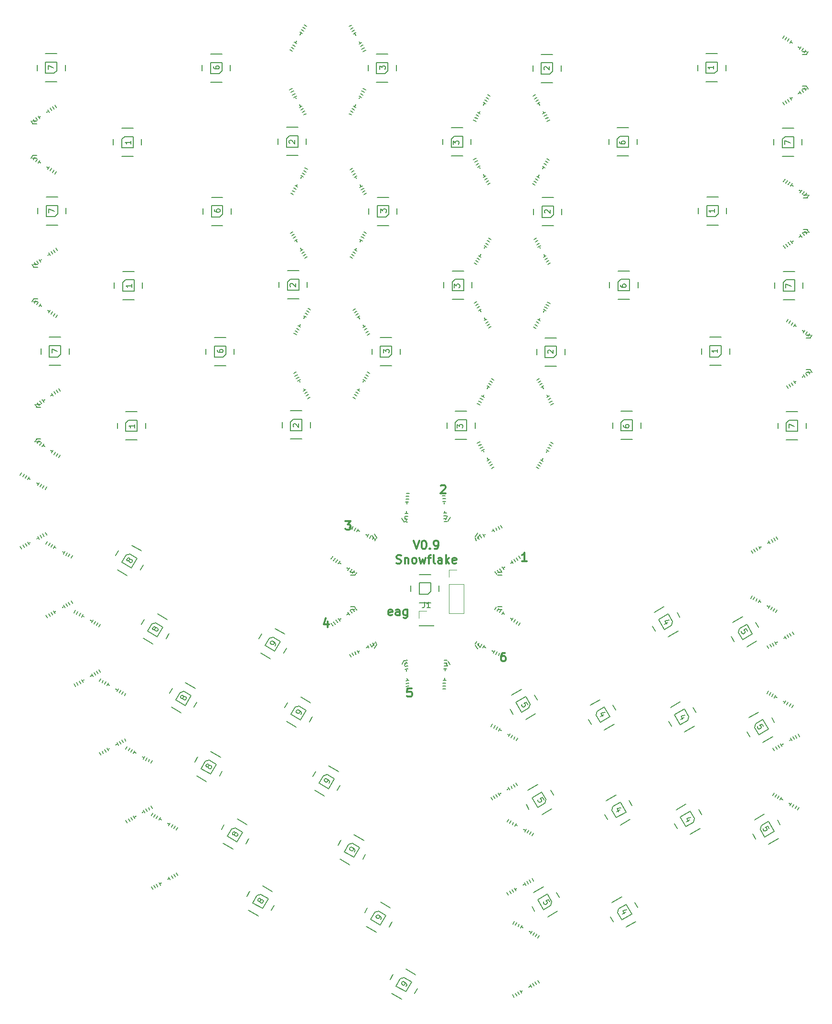
<source format=gbr>
G04 #@! TF.FileFunction,Legend,Top*
%FSLAX46Y46*%
G04 Gerber Fmt 4.6, Leading zero omitted, Abs format (unit mm)*
G04 Created by KiCad (PCBNEW 4.0.7) date 10/22/17 14:17:41*
%MOMM*%
%LPD*%
G01*
G04 APERTURE LIST*
%ADD10C,0.100000*%
%ADD11C,0.300000*%
%ADD12C,0.200000*%
%ADD13C,0.150000*%
%ADD14C,0.120000*%
G04 APERTURE END LIST*
D10*
D11*
X107768972Y-115042071D02*
X106911829Y-115042071D01*
X107340401Y-115042071D02*
X107340401Y-113542071D01*
X107197544Y-113756357D01*
X107054686Y-113899214D01*
X106911829Y-113970643D01*
X92497329Y-101683429D02*
X92568758Y-101612000D01*
X92711615Y-101540571D01*
X93068758Y-101540571D01*
X93211615Y-101612000D01*
X93283044Y-101683429D01*
X93354472Y-101826286D01*
X93354472Y-101969143D01*
X93283044Y-102183429D01*
X92425901Y-103040571D01*
X93354472Y-103040571D01*
X75598401Y-107954071D02*
X76526972Y-107954071D01*
X76026972Y-108525500D01*
X76241258Y-108525500D01*
X76384115Y-108596929D01*
X76455544Y-108668357D01*
X76526972Y-108811214D01*
X76526972Y-109168357D01*
X76455544Y-109311214D01*
X76384115Y-109382643D01*
X76241258Y-109454071D01*
X75812686Y-109454071D01*
X75669829Y-109382643D01*
X75598401Y-109311214D01*
X72447115Y-125726071D02*
X72447115Y-126726071D01*
X72089972Y-125154643D02*
X71732829Y-126226071D01*
X72661401Y-126226071D01*
X87314044Y-137545071D02*
X86599758Y-137545071D01*
X86528329Y-138259357D01*
X86599758Y-138187929D01*
X86742615Y-138116500D01*
X87099758Y-138116500D01*
X87242615Y-138187929D01*
X87314044Y-138259357D01*
X87385472Y-138402214D01*
X87385472Y-138759357D01*
X87314044Y-138902214D01*
X87242615Y-138973643D01*
X87099758Y-139045071D01*
X86742615Y-139045071D01*
X86599758Y-138973643D01*
X86528329Y-138902214D01*
X103879615Y-131258571D02*
X103593901Y-131258571D01*
X103451044Y-131330000D01*
X103379615Y-131401429D01*
X103236758Y-131615714D01*
X103165329Y-131901429D01*
X103165329Y-132472857D01*
X103236758Y-132615714D01*
X103308186Y-132687143D01*
X103451044Y-132758571D01*
X103736758Y-132758571D01*
X103879615Y-132687143D01*
X103951044Y-132615714D01*
X104022472Y-132472857D01*
X104022472Y-132115714D01*
X103951044Y-131972857D01*
X103879615Y-131901429D01*
X103736758Y-131830000D01*
X103451044Y-131830000D01*
X103308186Y-131901429D01*
X103236758Y-131972857D01*
X103165329Y-132115714D01*
X87655686Y-111378071D02*
X88155686Y-112878071D01*
X88655686Y-111378071D01*
X89441400Y-111378071D02*
X89584257Y-111378071D01*
X89727114Y-111449500D01*
X89798543Y-111520929D01*
X89869972Y-111663786D01*
X89941400Y-111949500D01*
X89941400Y-112306643D01*
X89869972Y-112592357D01*
X89798543Y-112735214D01*
X89727114Y-112806643D01*
X89584257Y-112878071D01*
X89441400Y-112878071D01*
X89298543Y-112806643D01*
X89227114Y-112735214D01*
X89155686Y-112592357D01*
X89084257Y-112306643D01*
X89084257Y-111949500D01*
X89155686Y-111663786D01*
X89227114Y-111520929D01*
X89298543Y-111449500D01*
X89441400Y-111378071D01*
X90584257Y-112735214D02*
X90655685Y-112806643D01*
X90584257Y-112878071D01*
X90512828Y-112806643D01*
X90584257Y-112735214D01*
X90584257Y-112878071D01*
X91369971Y-112878071D02*
X91655686Y-112878071D01*
X91798543Y-112806643D01*
X91869971Y-112735214D01*
X92012829Y-112520929D01*
X92084257Y-112235214D01*
X92084257Y-111663786D01*
X92012829Y-111520929D01*
X91941400Y-111449500D01*
X91798543Y-111378071D01*
X91512829Y-111378071D01*
X91369971Y-111449500D01*
X91298543Y-111520929D01*
X91227114Y-111663786D01*
X91227114Y-112020929D01*
X91298543Y-112163786D01*
X91369971Y-112235214D01*
X91512829Y-112306643D01*
X91798543Y-112306643D01*
X91941400Y-112235214D01*
X92012829Y-112163786D01*
X92084257Y-112020929D01*
X84619971Y-115356643D02*
X84834257Y-115428071D01*
X85191400Y-115428071D01*
X85334257Y-115356643D01*
X85405686Y-115285214D01*
X85477114Y-115142357D01*
X85477114Y-114999500D01*
X85405686Y-114856643D01*
X85334257Y-114785214D01*
X85191400Y-114713786D01*
X84905686Y-114642357D01*
X84762828Y-114570929D01*
X84691400Y-114499500D01*
X84619971Y-114356643D01*
X84619971Y-114213786D01*
X84691400Y-114070929D01*
X84762828Y-113999500D01*
X84905686Y-113928071D01*
X85262828Y-113928071D01*
X85477114Y-113999500D01*
X86119971Y-114428071D02*
X86119971Y-115428071D01*
X86119971Y-114570929D02*
X86191399Y-114499500D01*
X86334257Y-114428071D01*
X86548542Y-114428071D01*
X86691399Y-114499500D01*
X86762828Y-114642357D01*
X86762828Y-115428071D01*
X87691400Y-115428071D02*
X87548542Y-115356643D01*
X87477114Y-115285214D01*
X87405685Y-115142357D01*
X87405685Y-114713786D01*
X87477114Y-114570929D01*
X87548542Y-114499500D01*
X87691400Y-114428071D01*
X87905685Y-114428071D01*
X88048542Y-114499500D01*
X88119971Y-114570929D01*
X88191400Y-114713786D01*
X88191400Y-115142357D01*
X88119971Y-115285214D01*
X88048542Y-115356643D01*
X87905685Y-115428071D01*
X87691400Y-115428071D01*
X88691400Y-114428071D02*
X88977114Y-115428071D01*
X89262828Y-114713786D01*
X89548543Y-115428071D01*
X89834257Y-114428071D01*
X90191400Y-114428071D02*
X90762829Y-114428071D01*
X90405686Y-115428071D02*
X90405686Y-114142357D01*
X90477114Y-113999500D01*
X90619972Y-113928071D01*
X90762829Y-113928071D01*
X91477115Y-115428071D02*
X91334257Y-115356643D01*
X91262829Y-115213786D01*
X91262829Y-113928071D01*
X92691400Y-115428071D02*
X92691400Y-114642357D01*
X92619971Y-114499500D01*
X92477114Y-114428071D01*
X92191400Y-114428071D01*
X92048543Y-114499500D01*
X92691400Y-115356643D02*
X92548543Y-115428071D01*
X92191400Y-115428071D01*
X92048543Y-115356643D01*
X91977114Y-115213786D01*
X91977114Y-115070929D01*
X92048543Y-114928071D01*
X92191400Y-114856643D01*
X92548543Y-114856643D01*
X92691400Y-114785214D01*
X93405686Y-115428071D02*
X93405686Y-113928071D01*
X93548543Y-114856643D02*
X93977114Y-115428071D01*
X93977114Y-114428071D02*
X93405686Y-114999500D01*
X95191400Y-115356643D02*
X95048543Y-115428071D01*
X94762829Y-115428071D01*
X94619972Y-115356643D01*
X94548543Y-115213786D01*
X94548543Y-114642357D01*
X94619972Y-114499500D01*
X94762829Y-114428071D01*
X95048543Y-114428071D01*
X95191400Y-114499500D01*
X95262829Y-114642357D01*
X95262829Y-114785214D01*
X94548543Y-114928071D01*
X83853471Y-124559143D02*
X83710614Y-124630571D01*
X83424900Y-124630571D01*
X83282043Y-124559143D01*
X83210614Y-124416286D01*
X83210614Y-123844857D01*
X83282043Y-123702000D01*
X83424900Y-123630571D01*
X83710614Y-123630571D01*
X83853471Y-123702000D01*
X83924900Y-123844857D01*
X83924900Y-123987714D01*
X83210614Y-124130571D01*
X85210614Y-124630571D02*
X85210614Y-123844857D01*
X85139185Y-123702000D01*
X84996328Y-123630571D01*
X84710614Y-123630571D01*
X84567757Y-123702000D01*
X85210614Y-124559143D02*
X85067757Y-124630571D01*
X84710614Y-124630571D01*
X84567757Y-124559143D01*
X84496328Y-124416286D01*
X84496328Y-124273429D01*
X84567757Y-124130571D01*
X84710614Y-124059143D01*
X85067757Y-124059143D01*
X85210614Y-123987714D01*
X86567757Y-123630571D02*
X86567757Y-124844857D01*
X86496328Y-124987714D01*
X86424900Y-125059143D01*
X86282043Y-125130571D01*
X86067757Y-125130571D01*
X85924900Y-125059143D01*
X86567757Y-124559143D02*
X86424900Y-124630571D01*
X86139186Y-124630571D01*
X85996328Y-124559143D01*
X85924900Y-124487714D01*
X85853471Y-124344857D01*
X85853471Y-123916286D01*
X85924900Y-123773429D01*
X85996328Y-123702000D01*
X86139186Y-123630571D01*
X86424900Y-123630571D01*
X86567757Y-123702000D01*
D12*
X124318025Y-157726875D02*
X125318025Y-159458925D01*
X125318025Y-159458925D02*
X123585975Y-160458925D01*
X123585975Y-160458925D02*
X122835975Y-159159887D01*
X122835975Y-159159887D02*
X123018987Y-158476875D01*
X123018987Y-158476875D02*
X124318025Y-157726875D01*
X123568025Y-156427836D02*
X121835975Y-157427836D01*
X121536936Y-159909887D02*
X122036936Y-160775913D01*
X126068025Y-160757964D02*
X124335975Y-161757964D01*
X125867064Y-157409887D02*
X126367064Y-158275913D01*
X149591025Y-143058375D02*
X150591025Y-144790425D01*
X150591025Y-144790425D02*
X148858975Y-145790425D01*
X148858975Y-145790425D02*
X148108975Y-144491387D01*
X148108975Y-144491387D02*
X148291987Y-143808375D01*
X148291987Y-143808375D02*
X149591025Y-143058375D01*
X148841025Y-141759336D02*
X147108975Y-142759336D01*
X146809936Y-145241387D02*
X147309936Y-146107413D01*
X151341025Y-146089464D02*
X149608975Y-147089464D01*
X151140064Y-142741387D02*
X151640064Y-143607413D01*
D13*
X106063279Y-161892676D02*
X105841991Y-161767987D01*
X107391009Y-162640813D02*
X107169721Y-162516124D01*
X108704694Y-163672584D02*
X108954073Y-163230007D01*
X104278927Y-161178793D02*
X104528306Y-160736216D01*
X104721504Y-161428172D02*
X104970883Y-160985595D01*
X105164081Y-161677551D02*
X105413460Y-161234974D01*
X105606657Y-161926930D02*
X105856036Y-161484353D01*
X108262117Y-163423205D02*
X108511496Y-162980628D01*
X107819540Y-163173826D02*
X108068919Y-162731249D01*
X107376964Y-162924447D02*
X107626343Y-162481870D01*
X107106221Y-172370176D02*
X107327509Y-172245487D01*
X105778491Y-173118313D02*
X105999779Y-172993624D01*
X104215427Y-173707507D02*
X104464806Y-174150084D01*
X108641194Y-171213716D02*
X108890573Y-171656293D01*
X108198617Y-171463095D02*
X108447996Y-171905672D01*
X107756040Y-171712474D02*
X108005419Y-172155051D01*
X107313464Y-171961853D02*
X107562843Y-172404430D01*
X104658004Y-173458128D02*
X104907383Y-173900705D01*
X105100581Y-173208749D02*
X105349960Y-173651326D01*
X105543157Y-172959370D02*
X105792536Y-173401947D01*
X152151579Y-129331024D02*
X151930291Y-129455713D01*
X153479309Y-128582887D02*
X153258021Y-128707576D01*
X155042373Y-127993693D02*
X154792994Y-127551116D01*
X150616606Y-130487484D02*
X150367227Y-130044907D01*
X151059183Y-130238105D02*
X150809804Y-129795528D01*
X151501760Y-129988726D02*
X151252381Y-129546149D01*
X151944336Y-129739347D02*
X151694957Y-129296770D01*
X154599796Y-128243072D02*
X154350417Y-127800495D01*
X154157219Y-128492451D02*
X153907840Y-128049874D01*
X153714643Y-128741830D02*
X153465264Y-128299253D01*
X153194521Y-139808524D02*
X153415809Y-139933213D01*
X151866791Y-139060387D02*
X152088079Y-139185076D01*
X150553106Y-138028616D02*
X150303727Y-138471193D01*
X154978873Y-140522407D02*
X154729494Y-140964984D01*
X154536296Y-140273028D02*
X154286917Y-140715605D01*
X154093719Y-140023649D02*
X153844340Y-140466226D01*
X153651143Y-139774270D02*
X153401764Y-140216847D01*
X150995683Y-138277995D02*
X150746304Y-138720572D01*
X151438260Y-138527374D02*
X151188881Y-138969951D01*
X151880836Y-138776753D02*
X151631457Y-139219330D01*
D12*
X109666775Y-158642825D02*
X108666775Y-156910775D01*
X108666775Y-156910775D02*
X110398825Y-155910775D01*
X110398825Y-155910775D02*
X111148825Y-157209813D01*
X111148825Y-157209813D02*
X110965813Y-157892825D01*
X110965813Y-157892825D02*
X109666775Y-158642825D01*
X110416775Y-159941864D02*
X112148825Y-158941864D01*
X112447864Y-156459813D02*
X111947864Y-155593787D01*
X107916775Y-155611736D02*
X109648825Y-154611736D01*
X108117736Y-158959813D02*
X107617736Y-158093787D01*
X134939775Y-143974325D02*
X133939775Y-142242275D01*
X133939775Y-142242275D02*
X135671825Y-141242275D01*
X135671825Y-141242275D02*
X136421825Y-142541313D01*
X136421825Y-142541313D02*
X136238813Y-143224325D01*
X136238813Y-143224325D02*
X134939775Y-143974325D01*
X135689775Y-145273364D02*
X137421825Y-144273364D01*
X137720864Y-141791313D02*
X137220864Y-140925287D01*
X133189775Y-140943236D02*
X134921825Y-139943236D01*
X133390736Y-144291313D02*
X132890736Y-143425287D01*
X135955775Y-162059125D02*
X134955775Y-160327075D01*
X134955775Y-160327075D02*
X136687825Y-159327075D01*
X136687825Y-159327075D02*
X137437825Y-160626113D01*
X137437825Y-160626113D02*
X137254813Y-161309125D01*
X137254813Y-161309125D02*
X135955775Y-162059125D01*
X136705775Y-163358164D02*
X138437825Y-162358164D01*
X138736864Y-159876113D02*
X138236864Y-159010087D01*
X134205775Y-159028036D02*
X135937825Y-158028036D01*
X134406736Y-162376113D02*
X133906736Y-161510087D01*
X110682775Y-176727625D02*
X109682775Y-174995575D01*
X109682775Y-174995575D02*
X111414825Y-173995575D01*
X111414825Y-173995575D02*
X112164825Y-175294613D01*
X112164825Y-175294613D02*
X111981813Y-175977625D01*
X111981813Y-175977625D02*
X110682775Y-176727625D01*
X111432775Y-178026664D02*
X113164825Y-177026664D01*
X113463864Y-174544613D02*
X112963864Y-173678587D01*
X108932775Y-173696536D02*
X110664825Y-172696536D01*
X109133736Y-177044613D02*
X108633736Y-176178587D01*
D13*
X154210521Y-157893324D02*
X154431809Y-158018013D01*
X152882791Y-157145187D02*
X153104079Y-157269876D01*
X151569106Y-156113416D02*
X151319727Y-156555993D01*
X155994873Y-158607207D02*
X155745494Y-159049784D01*
X155552296Y-158357828D02*
X155302917Y-158800405D01*
X155109719Y-158108449D02*
X154860340Y-158551026D01*
X154667143Y-157859070D02*
X154417764Y-158301647D01*
X152011683Y-156362795D02*
X151762304Y-156805372D01*
X152454260Y-156612174D02*
X152204881Y-157054751D01*
X152896836Y-156861553D02*
X152647457Y-157304130D01*
X153167579Y-147415824D02*
X152946291Y-147540513D01*
X154495309Y-146667687D02*
X154274021Y-146792376D01*
X156058373Y-146078493D02*
X155808994Y-145635916D01*
X151632606Y-148572284D02*
X151383227Y-148129707D01*
X152075183Y-148322905D02*
X151825804Y-147880328D01*
X152517760Y-148073526D02*
X152268381Y-147630949D01*
X152960336Y-147824147D02*
X152710957Y-147381570D01*
X155615796Y-146327872D02*
X155366417Y-145885295D01*
X155173219Y-146577251D02*
X154923840Y-146134674D01*
X154730643Y-146826630D02*
X154481264Y-146384053D01*
X108122221Y-190454976D02*
X108343509Y-190330287D01*
X106794491Y-191203113D02*
X107015779Y-191078424D01*
X105231427Y-191792307D02*
X105480806Y-192234884D01*
X109657194Y-189298516D02*
X109906573Y-189741093D01*
X109214617Y-189547895D02*
X109463996Y-189990472D01*
X108772040Y-189797274D02*
X109021419Y-190239851D01*
X108329464Y-190046653D02*
X108578843Y-190489230D01*
X105674004Y-191542928D02*
X105923383Y-191985505D01*
X106116581Y-191293549D02*
X106365960Y-191736126D01*
X106559157Y-191044170D02*
X106808536Y-191486747D01*
X107079279Y-179977476D02*
X106857991Y-179852787D01*
X108407009Y-180725613D02*
X108185721Y-180600924D01*
X109720694Y-181757384D02*
X109970073Y-181314807D01*
X105294927Y-179263593D02*
X105544306Y-178821016D01*
X105737504Y-179512972D02*
X105986883Y-179070395D01*
X106180081Y-179762351D02*
X106429460Y-179319774D01*
X106622657Y-180011730D02*
X106872036Y-179569153D01*
X109278117Y-181508005D02*
X109527496Y-181065428D01*
X108835540Y-181258626D02*
X109084919Y-180816049D01*
X108392964Y-181009247D02*
X108642343Y-180566670D01*
D12*
X150607025Y-161143175D02*
X151607025Y-162875225D01*
X151607025Y-162875225D02*
X149874975Y-163875225D01*
X149874975Y-163875225D02*
X149124975Y-162576187D01*
X149124975Y-162576187D02*
X149307987Y-161893175D01*
X149307987Y-161893175D02*
X150607025Y-161143175D01*
X149857025Y-159844136D02*
X148124975Y-160844136D01*
X147825936Y-163326187D02*
X148325936Y-164192213D01*
X152357025Y-164174264D02*
X150624975Y-165174264D01*
X152156064Y-160826187D02*
X152656064Y-161692213D01*
X125334025Y-175811675D02*
X126334025Y-177543725D01*
X126334025Y-177543725D02*
X124601975Y-178543725D01*
X124601975Y-178543725D02*
X123851975Y-177244687D01*
X123851975Y-177244687D02*
X124034987Y-176561675D01*
X124034987Y-176561675D02*
X125334025Y-175811675D01*
X124584025Y-174512636D02*
X122851975Y-175512636D01*
X122552936Y-177994687D02*
X123052936Y-178860713D01*
X127084025Y-178842764D02*
X125351975Y-179842764D01*
X126883064Y-175494687D02*
X127383064Y-176360713D01*
X121473225Y-140861275D02*
X122473225Y-142593325D01*
X122473225Y-142593325D02*
X120741175Y-143593325D01*
X120741175Y-143593325D02*
X119991175Y-142294287D01*
X119991175Y-142294287D02*
X120174187Y-141611275D01*
X120174187Y-141611275D02*
X121473225Y-140861275D01*
X120723225Y-139562236D02*
X118991175Y-140562236D01*
X118692136Y-143044287D02*
X119192136Y-143910313D01*
X123223225Y-143892364D02*
X121491175Y-144892364D01*
X123022264Y-140544287D02*
X123522264Y-141410313D01*
X146746225Y-126192775D02*
X147746225Y-127924825D01*
X147746225Y-127924825D02*
X146014175Y-128924825D01*
X146014175Y-128924825D02*
X145264175Y-127625787D01*
X145264175Y-127625787D02*
X145447187Y-126942775D01*
X145447187Y-126942775D02*
X146746225Y-126192775D01*
X145996225Y-124893736D02*
X144264175Y-125893736D01*
X143965136Y-128375787D02*
X144465136Y-129241813D01*
X148496225Y-129223864D02*
X146764175Y-130223864D01*
X148295264Y-125875787D02*
X148795264Y-126741813D01*
D13*
X103218479Y-145027076D02*
X102997191Y-144902387D01*
X104546209Y-145775213D02*
X104324921Y-145650524D01*
X105859894Y-146806984D02*
X106109273Y-146364407D01*
X101434127Y-144313193D02*
X101683506Y-143870616D01*
X101876704Y-144562572D02*
X102126083Y-144119995D01*
X102319281Y-144811951D02*
X102568660Y-144369374D01*
X102761857Y-145061330D02*
X103011236Y-144618753D01*
X105417317Y-146557605D02*
X105666696Y-146115028D01*
X104974740Y-146308226D02*
X105224119Y-145865649D01*
X104532164Y-146058847D02*
X104781543Y-145616270D01*
X104261421Y-155504576D02*
X104482709Y-155379887D01*
X102933691Y-156252713D02*
X103154979Y-156128024D01*
X101370627Y-156841907D02*
X101620006Y-157284484D01*
X105796394Y-154348116D02*
X106045773Y-154790693D01*
X105353817Y-154597495D02*
X105603196Y-155040072D01*
X104911240Y-154846874D02*
X105160619Y-155289451D01*
X104468664Y-155096253D02*
X104718043Y-155538830D01*
X101813204Y-156592528D02*
X102062583Y-157035105D01*
X102255781Y-156343149D02*
X102505160Y-156785726D01*
X102698357Y-156093770D02*
X102947736Y-156536347D01*
X42969679Y-172003024D02*
X42748391Y-172127713D01*
X44297409Y-171254887D02*
X44076121Y-171379576D01*
X45860473Y-170665693D02*
X45611094Y-170223116D01*
X41434706Y-173159484D02*
X41185327Y-172716907D01*
X41877283Y-172910105D02*
X41627904Y-172467528D01*
X42319860Y-172660726D02*
X42070481Y-172218149D01*
X42762436Y-172411347D02*
X42513057Y-171968770D01*
X45417896Y-170915072D02*
X45168517Y-170472495D01*
X44975319Y-171164451D02*
X44725940Y-170721874D01*
X44532743Y-171413830D02*
X44283364Y-170971253D01*
X44076121Y-161462024D02*
X44297409Y-161586713D01*
X42748391Y-160713887D02*
X42969679Y-160838576D01*
X41434706Y-159682116D02*
X41185327Y-160124693D01*
X45860473Y-162175907D02*
X45611094Y-162618484D01*
X45417896Y-161926528D02*
X45168517Y-162369105D01*
X44975319Y-161677149D02*
X44725940Y-162119726D01*
X44532743Y-161427770D02*
X44283364Y-161870347D01*
X41877283Y-159931495D02*
X41627904Y-160374072D01*
X42319860Y-160180874D02*
X42070481Y-160623451D01*
X42762436Y-160430253D02*
X42513057Y-160872830D01*
D12*
X61906925Y-174817775D02*
X60906925Y-176549825D01*
X60906925Y-176549825D02*
X59174875Y-175549825D01*
X59174875Y-175549825D02*
X59924875Y-174250787D01*
X59924875Y-174250787D02*
X60607887Y-174067775D01*
X60607887Y-174067775D02*
X61906925Y-174817775D01*
X62656925Y-173518736D02*
X60924875Y-172518736D01*
X58625836Y-173500787D02*
X58125836Y-174366813D01*
X60156925Y-177848864D02*
X58424875Y-176848864D01*
X62955964Y-176000787D02*
X62455964Y-176866813D01*
X87306925Y-189549775D02*
X86306925Y-191281825D01*
X86306925Y-191281825D02*
X84574875Y-190281825D01*
X84574875Y-190281825D02*
X85324875Y-188982787D01*
X85324875Y-188982787D02*
X86007887Y-188799775D01*
X86007887Y-188799775D02*
X87306925Y-189549775D01*
X88056925Y-188250736D02*
X86324875Y-187250736D01*
X84025836Y-188232787D02*
X83525836Y-189098813D01*
X85556925Y-192580864D02*
X83824875Y-191580864D01*
X88355964Y-190732787D02*
X87855964Y-191598813D01*
X82785725Y-177738775D02*
X81785725Y-179470825D01*
X81785725Y-179470825D02*
X80053675Y-178470825D01*
X80053675Y-178470825D02*
X80803675Y-177171787D01*
X80803675Y-177171787D02*
X81486687Y-176988775D01*
X81486687Y-176988775D02*
X82785725Y-177738775D01*
X83535725Y-176439736D02*
X81803675Y-175439736D01*
X79504636Y-176421787D02*
X79004636Y-177287813D01*
X81035725Y-180769864D02*
X79303675Y-179769864D01*
X83834764Y-178921787D02*
X83334764Y-179787813D01*
X57385725Y-163006775D02*
X56385725Y-164738825D01*
X56385725Y-164738825D02*
X54653675Y-163738825D01*
X54653675Y-163738825D02*
X55403675Y-162439787D01*
X55403675Y-162439787D02*
X56086687Y-162256775D01*
X56086687Y-162256775D02*
X57385725Y-163006775D01*
X58135725Y-161707736D02*
X56403675Y-160707736D01*
X54104636Y-161689787D02*
X53604636Y-162555813D01*
X55635725Y-166037864D02*
X53903675Y-165037864D01*
X58434764Y-164189787D02*
X57934764Y-165055813D01*
D13*
X39554921Y-149651024D02*
X39776209Y-149775713D01*
X38227191Y-148902887D02*
X38448479Y-149027576D01*
X36913506Y-147871116D02*
X36664127Y-148313693D01*
X41339273Y-150364907D02*
X41089894Y-150807484D01*
X40896696Y-150115528D02*
X40647317Y-150558105D01*
X40454119Y-149866149D02*
X40204740Y-150308726D01*
X40011543Y-149616770D02*
X39762164Y-150059347D01*
X37356083Y-148120495D02*
X37106704Y-148563072D01*
X37798660Y-148369874D02*
X37549281Y-148812451D01*
X38241236Y-148619253D02*
X37991857Y-149061830D01*
X38448479Y-160192024D02*
X38227191Y-160316713D01*
X39776209Y-159443887D02*
X39554921Y-159568576D01*
X41339273Y-158854693D02*
X41089894Y-158412116D01*
X36913506Y-161348484D02*
X36664127Y-160905907D01*
X37356083Y-161099105D02*
X37106704Y-160656528D01*
X37798660Y-160849726D02*
X37549281Y-160407149D01*
X38241236Y-160600347D02*
X37991857Y-160157770D01*
X40896696Y-159104072D02*
X40647317Y-158661495D01*
X40454119Y-159353451D02*
X40204740Y-158910874D01*
X40011543Y-159602830D02*
X39762164Y-159160253D01*
X33774879Y-148203224D02*
X33553591Y-148327913D01*
X35102609Y-147455087D02*
X34881321Y-147579776D01*
X36665673Y-146865893D02*
X36416294Y-146423316D01*
X32239906Y-149359684D02*
X31990527Y-148917107D01*
X32682483Y-149110305D02*
X32433104Y-148667728D01*
X33125060Y-148860926D02*
X32875681Y-148418349D01*
X33567636Y-148611547D02*
X33318257Y-148168970D01*
X36223096Y-147115272D02*
X35973717Y-146672695D01*
X35780519Y-147364651D02*
X35531140Y-146922074D01*
X35337943Y-147614030D02*
X35088564Y-147171453D01*
X34881321Y-137662224D02*
X35102609Y-137786913D01*
X33553591Y-136914087D02*
X33774879Y-137038776D01*
X32239906Y-135882316D02*
X31990527Y-136324893D01*
X36665673Y-138376107D02*
X36416294Y-138818684D01*
X36223096Y-138126728D02*
X35973717Y-138569305D01*
X35780519Y-137877349D02*
X35531140Y-138319926D01*
X35337943Y-137627970D02*
X35088564Y-138070547D01*
X32682483Y-136131695D02*
X32433104Y-136574272D01*
X33125060Y-136381074D02*
X32875681Y-136823651D01*
X33567636Y-136630453D02*
X33318257Y-137073030D01*
D12*
X52712125Y-151017975D02*
X51712125Y-152750025D01*
X51712125Y-152750025D02*
X49980075Y-151750025D01*
X49980075Y-151750025D02*
X50730075Y-150450987D01*
X50730075Y-150450987D02*
X51413087Y-150267975D01*
X51413087Y-150267975D02*
X52712125Y-151017975D01*
X53462125Y-149718936D02*
X51730075Y-148718936D01*
X49431036Y-149700987D02*
X48931036Y-150567013D01*
X50962125Y-154049064D02*
X49230075Y-153049064D01*
X53761164Y-152200987D02*
X53261164Y-153067013D01*
X78112125Y-165749975D02*
X77112125Y-167482025D01*
X77112125Y-167482025D02*
X75380075Y-166482025D01*
X75380075Y-166482025D02*
X76130075Y-165182987D01*
X76130075Y-165182987D02*
X76813087Y-164999975D01*
X76813087Y-164999975D02*
X78112125Y-165749975D01*
X78862125Y-164450936D02*
X77130075Y-163450936D01*
X74831036Y-164432987D02*
X74331036Y-165299013D01*
X76362125Y-168781064D02*
X74630075Y-167781064D01*
X79161164Y-166932987D02*
X78661164Y-167799013D01*
X73616325Y-153583375D02*
X72616325Y-155315425D01*
X72616325Y-155315425D02*
X70884275Y-154315425D01*
X70884275Y-154315425D02*
X71634275Y-153016387D01*
X71634275Y-153016387D02*
X72317287Y-152833375D01*
X72317287Y-152833375D02*
X73616325Y-153583375D01*
X74366325Y-152284336D02*
X72634275Y-151284336D01*
X70335236Y-152266387D02*
X69835236Y-153132413D01*
X71866325Y-156614464D02*
X70134275Y-155614464D01*
X74665364Y-154766387D02*
X74165364Y-155632413D01*
X48216325Y-138851375D02*
X47216325Y-140583425D01*
X47216325Y-140583425D02*
X45484275Y-139583425D01*
X45484275Y-139583425D02*
X46234275Y-138284387D01*
X46234275Y-138284387D02*
X46917287Y-138101375D01*
X46917287Y-138101375D02*
X48216325Y-138851375D01*
X48966325Y-137552336D02*
X47234275Y-136552336D01*
X44935236Y-137534387D02*
X44435236Y-138400413D01*
X46466325Y-141882464D02*
X44734275Y-140882464D01*
X49265364Y-140034387D02*
X48765364Y-140900413D01*
D13*
X30385521Y-125495624D02*
X30606809Y-125620313D01*
X29057791Y-124747487D02*
X29279079Y-124872176D01*
X27744106Y-123715716D02*
X27494727Y-124158293D01*
X32169873Y-126209507D02*
X31920494Y-126652084D01*
X31727296Y-125960128D02*
X31477917Y-126402705D01*
X31284719Y-125710749D02*
X31035340Y-126153326D01*
X30842143Y-125461370D02*
X30592764Y-125903947D01*
X28186683Y-123965095D02*
X27937304Y-124407672D01*
X28629260Y-124214474D02*
X28379881Y-124657051D01*
X29071836Y-124463853D02*
X28822457Y-124906430D01*
X29279079Y-136036624D02*
X29057791Y-136161313D01*
X30606809Y-135288487D02*
X30385521Y-135413176D01*
X32169873Y-134699293D02*
X31920494Y-134256716D01*
X27744106Y-137193084D02*
X27494727Y-136750507D01*
X28186683Y-136943705D02*
X27937304Y-136501128D01*
X28629260Y-136694326D02*
X28379881Y-136251749D01*
X29071836Y-136444947D02*
X28822457Y-136002370D01*
X31727296Y-134948672D02*
X31477917Y-134506095D01*
X31284719Y-135198051D02*
X31035340Y-134755474D01*
X30842143Y-135447430D02*
X30592764Y-135004853D01*
X24300679Y-123870024D02*
X24079391Y-123994713D01*
X25628409Y-123121887D02*
X25407121Y-123246576D01*
X27191473Y-122532693D02*
X26942094Y-122090116D01*
X22765706Y-125026484D02*
X22516327Y-124583907D01*
X23208283Y-124777105D02*
X22958904Y-124334528D01*
X23650860Y-124527726D02*
X23401481Y-124085149D01*
X24093436Y-124278347D02*
X23844057Y-123835770D01*
X26748896Y-122782072D02*
X26499517Y-122339495D01*
X26306319Y-123031451D02*
X26056940Y-122588874D01*
X25863743Y-123280830D02*
X25614364Y-122838253D01*
X25407121Y-113329024D02*
X25628409Y-113453713D01*
X24079391Y-112580887D02*
X24300679Y-112705576D01*
X22765706Y-111549116D02*
X22516327Y-111991693D01*
X27191473Y-114042907D02*
X26942094Y-114485484D01*
X26748896Y-113793528D02*
X26499517Y-114236105D01*
X26306319Y-113544149D02*
X26056940Y-113986726D01*
X25863743Y-113294770D02*
X25614364Y-113737347D01*
X23208283Y-111798495D02*
X22958904Y-112241072D01*
X23650860Y-112047874D02*
X23401481Y-112490451D01*
X24093436Y-112297253D02*
X23844057Y-112739830D01*
D12*
X43237925Y-126684775D02*
X42237925Y-128416825D01*
X42237925Y-128416825D02*
X40505875Y-127416825D01*
X40505875Y-127416825D02*
X41255875Y-126117787D01*
X41255875Y-126117787D02*
X41938887Y-125934775D01*
X41938887Y-125934775D02*
X43237925Y-126684775D01*
X43987925Y-125385736D02*
X42255875Y-124385736D01*
X39956836Y-125367787D02*
X39456836Y-126233813D01*
X41487925Y-129715864D02*
X39755875Y-128715864D01*
X44286964Y-127867787D02*
X43786964Y-128733813D01*
X68637925Y-141416775D02*
X67637925Y-143148825D01*
X67637925Y-143148825D02*
X65905875Y-142148825D01*
X65905875Y-142148825D02*
X66655875Y-140849787D01*
X66655875Y-140849787D02*
X67338887Y-140666775D01*
X67338887Y-140666775D02*
X68637925Y-141416775D01*
X69387925Y-140117736D02*
X67655875Y-139117736D01*
X65356836Y-140099787D02*
X64856836Y-140965813D01*
X66887925Y-144447864D02*
X65155875Y-143447864D01*
X69686964Y-142599787D02*
X69186964Y-143465813D01*
D13*
X154969895Y-58314204D02*
X154758333Y-58454765D01*
X156239267Y-57470835D02*
X156027705Y-57611396D01*
X157754981Y-56768747D02*
X157473858Y-56345623D01*
X153523742Y-59579977D02*
X153242619Y-59156853D01*
X153946865Y-59298854D02*
X153665743Y-58875730D01*
X154369989Y-59017731D02*
X154088867Y-58594607D01*
X154793113Y-58736608D02*
X154511991Y-58313484D01*
X157331857Y-57049870D02*
X157050735Y-56626746D01*
X156908733Y-57330993D02*
X156627611Y-56907869D01*
X156485609Y-57612116D02*
X156204487Y-57188992D01*
X156027705Y-49322604D02*
X156239267Y-49463165D01*
X154758333Y-48479235D02*
X154969895Y-48619796D01*
X153523742Y-47354023D02*
X153242619Y-47777147D01*
X157754981Y-50165253D02*
X157473858Y-50588377D01*
X157331857Y-49884130D02*
X157050735Y-50307254D01*
X156908733Y-49603007D02*
X156627611Y-50026131D01*
X156485609Y-49321884D02*
X156204487Y-49745008D01*
X153946865Y-47635146D02*
X153665743Y-48058270D01*
X154369989Y-47916269D02*
X154088867Y-48339393D01*
X154793113Y-48197392D02*
X154511991Y-48620516D01*
X77551976Y-47249579D02*
X77427287Y-47028291D01*
X78300113Y-48577309D02*
X78175424Y-48356021D01*
X78889307Y-50140373D02*
X79331884Y-49890994D01*
X76395516Y-45714606D02*
X76838093Y-45465227D01*
X76644895Y-46157183D02*
X77087472Y-45907804D01*
X76894274Y-46599760D02*
X77336851Y-46350381D01*
X77143653Y-47042336D02*
X77586230Y-46792957D01*
X78639928Y-49697796D02*
X79082505Y-49448417D01*
X78390549Y-49255219D02*
X78833126Y-49005840D01*
X78141170Y-48812643D02*
X78583747Y-48563264D01*
X67010976Y-58489079D02*
X66886287Y-58267791D01*
X67759113Y-59816809D02*
X67634424Y-59595521D01*
X68348307Y-61379873D02*
X68790884Y-61130494D01*
X65854516Y-56954106D02*
X66297093Y-56704727D01*
X66103895Y-57396683D02*
X66546472Y-57147304D01*
X66353274Y-57839260D02*
X66795851Y-57589881D01*
X66602653Y-58281836D02*
X67045230Y-58032457D01*
X68098928Y-60937296D02*
X68541505Y-60687917D01*
X67849549Y-60494719D02*
X68292126Y-60245340D01*
X67600170Y-60052143D02*
X68042747Y-59802764D01*
X77551976Y-59595521D02*
X77427287Y-59816809D01*
X78300113Y-58267791D02*
X78175424Y-58489079D01*
X79331884Y-56954106D02*
X78889307Y-56704727D01*
X76838093Y-61379873D02*
X76395516Y-61130494D01*
X77087472Y-60937296D02*
X76644895Y-60687917D01*
X77336851Y-60494719D02*
X76894274Y-60245340D01*
X77586230Y-60052143D02*
X77143653Y-59802764D01*
X79082505Y-57396683D02*
X78639928Y-57147304D01*
X78833126Y-57839260D02*
X78390549Y-57589881D01*
X78583747Y-58281836D02*
X78141170Y-58032457D01*
X67074476Y-48292521D02*
X66949787Y-48513809D01*
X67822613Y-46964791D02*
X67697924Y-47186079D01*
X68854384Y-45651106D02*
X68411807Y-45401727D01*
X66360593Y-50076873D02*
X65918016Y-49827494D01*
X66609972Y-49634296D02*
X66167395Y-49384917D01*
X66859351Y-49191719D02*
X66416774Y-48942340D01*
X67108730Y-48749143D02*
X66666153Y-48499764D01*
X68605005Y-46093683D02*
X68162428Y-45844304D01*
X68355626Y-46536260D02*
X67913049Y-46286881D01*
X68106247Y-46978836D02*
X67663670Y-46729457D01*
X156730700Y-56756300D02*
X157492700Y-56756300D01*
X156730700Y-50152300D02*
X157492700Y-50152300D01*
X156730700Y-56248300D02*
X157492700Y-56248300D01*
X156730700Y-50660300D02*
X157492700Y-50660300D01*
D12*
X81245200Y-54073300D02*
X81245200Y-52073300D01*
X81245200Y-52073300D02*
X83245200Y-52073300D01*
X83245200Y-52073300D02*
X83245200Y-53573300D01*
X83245200Y-53573300D02*
X82745200Y-54073300D01*
X82745200Y-54073300D02*
X81245200Y-54073300D01*
X81245200Y-55573300D02*
X83245200Y-55573300D01*
X84745200Y-53573300D02*
X84745200Y-52573300D01*
X81245200Y-50573300D02*
X83245200Y-50573300D01*
X79745200Y-53573300D02*
X79745200Y-52573300D01*
X110455200Y-54136800D02*
X110455200Y-52136800D01*
X110455200Y-52136800D02*
X112455200Y-52136800D01*
X112455200Y-52136800D02*
X112455200Y-53636800D01*
X112455200Y-53636800D02*
X111955200Y-54136800D01*
X111955200Y-54136800D02*
X110455200Y-54136800D01*
X110455200Y-55636800D02*
X112455200Y-55636800D01*
X113955200Y-53636800D02*
X113955200Y-52636800D01*
X110455200Y-50636800D02*
X112455200Y-50636800D01*
X108955200Y-53636800D02*
X108955200Y-52636800D01*
X139665200Y-54009800D02*
X139665200Y-52009800D01*
X139665200Y-52009800D02*
X141665200Y-52009800D01*
X141665200Y-52009800D02*
X141665200Y-53509800D01*
X141665200Y-53509800D02*
X141165200Y-54009800D01*
X141165200Y-54009800D02*
X139665200Y-54009800D01*
X139665200Y-55509800D02*
X141665200Y-55509800D01*
X143165200Y-53509800D02*
X143165200Y-52509800D01*
X139665200Y-50509800D02*
X141665200Y-50509800D01*
X138165200Y-53509800D02*
X138165200Y-52509800D01*
X22571200Y-54009800D02*
X22571200Y-52009800D01*
X22571200Y-52009800D02*
X24571200Y-52009800D01*
X24571200Y-52009800D02*
X24571200Y-53509800D01*
X24571200Y-53509800D02*
X24071200Y-54009800D01*
X24071200Y-54009800D02*
X22571200Y-54009800D01*
X22571200Y-55509800D02*
X24571200Y-55509800D01*
X26071200Y-53509800D02*
X26071200Y-52509800D01*
X22571200Y-50509800D02*
X24571200Y-50509800D01*
X21071200Y-53509800D02*
X21071200Y-52509800D01*
X51844700Y-54073300D02*
X51844700Y-52073300D01*
X51844700Y-52073300D02*
X53844700Y-52073300D01*
X53844700Y-52073300D02*
X53844700Y-53573300D01*
X53844700Y-53573300D02*
X53344700Y-54073300D01*
X53344700Y-54073300D02*
X51844700Y-54073300D01*
X51844700Y-55573300D02*
X53844700Y-55573300D01*
X55344700Y-53573300D02*
X55344700Y-52573300D01*
X51844700Y-50573300D02*
X53844700Y-50573300D01*
X50344700Y-53573300D02*
X50344700Y-52573300D01*
X125929900Y-65128900D02*
X125929900Y-67128900D01*
X125929900Y-67128900D02*
X123929900Y-67128900D01*
X123929900Y-67128900D02*
X123929900Y-65628900D01*
X123929900Y-65628900D02*
X124429900Y-65128900D01*
X124429900Y-65128900D02*
X125929900Y-65128900D01*
X125929900Y-63628900D02*
X123929900Y-63628900D01*
X122429900Y-65628900D02*
X122429900Y-66628900D01*
X125929900Y-68628900D02*
X123929900Y-68628900D01*
X127429900Y-65628900D02*
X127429900Y-66628900D01*
X155203400Y-65192400D02*
X155203400Y-67192400D01*
X155203400Y-67192400D02*
X153203400Y-67192400D01*
X153203400Y-67192400D02*
X153203400Y-65692400D01*
X153203400Y-65692400D02*
X153703400Y-65192400D01*
X153703400Y-65192400D02*
X155203400Y-65192400D01*
X155203400Y-63692400D02*
X153203400Y-63692400D01*
X151703400Y-65692400D02*
X151703400Y-66692400D01*
X155203400Y-68692400D02*
X153203400Y-68692400D01*
X156703400Y-65692400D02*
X156703400Y-66692400D01*
X38109400Y-65192400D02*
X38109400Y-67192400D01*
X38109400Y-67192400D02*
X36109400Y-67192400D01*
X36109400Y-67192400D02*
X36109400Y-65692400D01*
X36109400Y-65692400D02*
X36609400Y-65192400D01*
X36609400Y-65192400D02*
X38109400Y-65192400D01*
X38109400Y-63692400D02*
X36109400Y-63692400D01*
X34609400Y-65692400D02*
X34609400Y-66692400D01*
X38109400Y-68692400D02*
X36109400Y-68692400D01*
X39609400Y-65692400D02*
X39609400Y-66692400D01*
X67319400Y-65065400D02*
X67319400Y-67065400D01*
X67319400Y-67065400D02*
X65319400Y-67065400D01*
X65319400Y-67065400D02*
X65319400Y-65565400D01*
X65319400Y-65565400D02*
X65819400Y-65065400D01*
X65819400Y-65065400D02*
X67319400Y-65065400D01*
X67319400Y-63565400D02*
X65319400Y-63565400D01*
X63819400Y-65565400D02*
X63819400Y-66565400D01*
X67319400Y-68565400D02*
X65319400Y-68565400D01*
X68819400Y-65565400D02*
X68819400Y-66565400D01*
X96529400Y-65128900D02*
X96529400Y-67128900D01*
X96529400Y-67128900D02*
X94529400Y-67128900D01*
X94529400Y-67128900D02*
X94529400Y-65628900D01*
X94529400Y-65628900D02*
X95029400Y-65128900D01*
X95029400Y-65128900D02*
X96529400Y-65128900D01*
X96529400Y-63628900D02*
X94529400Y-63628900D01*
X93029400Y-65628900D02*
X93029400Y-66628900D01*
X96529400Y-68628900D02*
X94529400Y-68628900D01*
X98029400Y-65628900D02*
X98029400Y-66628900D01*
D13*
X21043900Y-62445900D02*
X20281900Y-62445900D01*
X21043900Y-69049900D02*
X20281900Y-69049900D01*
X21043900Y-62953900D02*
X20281900Y-62953900D01*
X21043900Y-68541900D02*
X20281900Y-68541900D01*
X110700124Y-70909679D02*
X110824813Y-70688391D01*
X109951987Y-72237409D02*
X110076676Y-72016121D01*
X108920216Y-73551094D02*
X109362793Y-73800473D01*
X111414007Y-69125327D02*
X111856584Y-69374706D01*
X111164628Y-69567904D02*
X111607205Y-69817283D01*
X110915249Y-70010481D02*
X111357826Y-70259860D01*
X110665870Y-70453057D02*
X111108447Y-70702436D01*
X109169595Y-73108517D02*
X109612172Y-73357896D01*
X109418974Y-72665940D02*
X109861551Y-72915319D01*
X109668353Y-72223364D02*
X110110930Y-72472743D01*
X100222624Y-59606679D02*
X100347313Y-59385391D01*
X99474487Y-60934409D02*
X99599176Y-60713121D01*
X98442716Y-62248094D02*
X98885293Y-62497473D01*
X100936507Y-57822327D02*
X101379084Y-58071706D01*
X100687128Y-58264904D02*
X101129705Y-58514283D01*
X100437749Y-58707481D02*
X100880326Y-58956860D01*
X100188370Y-59150057D02*
X100630947Y-59399436D01*
X98692095Y-61805517D02*
X99134672Y-62054896D01*
X98941474Y-61362940D02*
X99384051Y-61612319D01*
X99190853Y-60920364D02*
X99633430Y-61169743D01*
X110763624Y-60713121D02*
X110888313Y-60934409D01*
X110015487Y-59385391D02*
X110140176Y-59606679D01*
X109426293Y-57822327D02*
X108983716Y-58071706D01*
X111920084Y-62248094D02*
X111477507Y-62497473D01*
X111670705Y-61805517D02*
X111228128Y-62054896D01*
X111421326Y-61362940D02*
X110978749Y-61612319D01*
X111171947Y-60920364D02*
X110729370Y-61169743D01*
X109675672Y-58264904D02*
X109233095Y-58514283D01*
X109925051Y-58707481D02*
X109482474Y-58956860D01*
X110174430Y-59150057D02*
X109731853Y-59399436D01*
X100222624Y-71952621D02*
X100347313Y-72173909D01*
X99474487Y-70624891D02*
X99599176Y-70846179D01*
X98885293Y-69061827D02*
X98442716Y-69311206D01*
X101379084Y-73487594D02*
X100936507Y-73736973D01*
X101129705Y-73045017D02*
X100687128Y-73294396D01*
X100880326Y-72602440D02*
X100437749Y-72851819D01*
X100630947Y-72159864D02*
X100188370Y-72409243D01*
X99134672Y-69504404D02*
X98692095Y-69753783D01*
X99384051Y-69946981D02*
X98941474Y-70196360D01*
X99633430Y-70389557D02*
X99190853Y-70638936D01*
X21746895Y-69879596D02*
X21535333Y-69739035D01*
X23016267Y-70722965D02*
X22804705Y-70582404D01*
X24250858Y-71848177D02*
X24531981Y-71425053D01*
X20019619Y-69036947D02*
X20300742Y-68613823D01*
X20442743Y-69318070D02*
X20723865Y-68894946D01*
X20865867Y-69599193D02*
X21146989Y-69176069D01*
X21288991Y-69880316D02*
X21570113Y-69457192D01*
X23827735Y-71567054D02*
X24108857Y-71143930D01*
X23404611Y-71285931D02*
X23685733Y-70862807D01*
X22981487Y-71004808D02*
X23262609Y-70581684D01*
X22804705Y-60887996D02*
X23016267Y-60747435D01*
X21535333Y-61731365D02*
X21746895Y-61590804D01*
X20019619Y-62433453D02*
X20300742Y-62856577D01*
X24250858Y-59622223D02*
X24531981Y-60045347D01*
X23827735Y-59903346D02*
X24108857Y-60326470D01*
X23404611Y-60184469D02*
X23685733Y-60607593D01*
X22981487Y-60465592D02*
X23262609Y-60888716D01*
X20442743Y-62152330D02*
X20723865Y-62575454D01*
X20865867Y-61871207D02*
X21146989Y-62294331D01*
X21288991Y-61590084D02*
X21570113Y-62013208D01*
X155503295Y-83155404D02*
X155291733Y-83295965D01*
X156772667Y-82312035D02*
X156561105Y-82452596D01*
X158288381Y-81609947D02*
X158007258Y-81186823D01*
X154057142Y-84421177D02*
X153776019Y-83998053D01*
X154480265Y-84140054D02*
X154199143Y-83716930D01*
X154903389Y-83858931D02*
X154622267Y-83435807D01*
X155326513Y-83577808D02*
X155045391Y-83154684D01*
X157865257Y-81891070D02*
X157584135Y-81467946D01*
X157442133Y-82172193D02*
X157161011Y-81749069D01*
X157019009Y-82453316D02*
X156737887Y-82030192D01*
X156561105Y-74163804D02*
X156772667Y-74304365D01*
X155291733Y-73320435D02*
X155503295Y-73460996D01*
X154057142Y-72195223D02*
X153776019Y-72618347D01*
X158288381Y-75006453D02*
X158007258Y-75429577D01*
X157865257Y-74725330D02*
X157584135Y-75148454D01*
X157442133Y-74444207D02*
X157161011Y-74867331D01*
X157019009Y-74163084D02*
X156737887Y-74586208D01*
X154480265Y-72476346D02*
X154199143Y-72899470D01*
X154903389Y-72757469D02*
X154622267Y-73180593D01*
X155326513Y-73038592D02*
X155045391Y-73461716D01*
X78085376Y-72090779D02*
X77960687Y-71869491D01*
X78833513Y-73418509D02*
X78708824Y-73197221D01*
X79422707Y-74981573D02*
X79865284Y-74732194D01*
X76928916Y-70555806D02*
X77371493Y-70306427D01*
X77178295Y-70998383D02*
X77620872Y-70749004D01*
X77427674Y-71440960D02*
X77870251Y-71191581D01*
X77677053Y-71883536D02*
X78119630Y-71634157D01*
X79173328Y-74538996D02*
X79615905Y-74289617D01*
X78923949Y-74096419D02*
X79366526Y-73847040D01*
X78674570Y-73653843D02*
X79117147Y-73404464D01*
X67544376Y-83330279D02*
X67419687Y-83108991D01*
X68292513Y-84658009D02*
X68167824Y-84436721D01*
X68881707Y-86221073D02*
X69324284Y-85971694D01*
X66387916Y-81795306D02*
X66830493Y-81545927D01*
X66637295Y-82237883D02*
X67079872Y-81988504D01*
X66886674Y-82680460D02*
X67329251Y-82431081D01*
X67136053Y-83123036D02*
X67578630Y-82873657D01*
X68632328Y-85778496D02*
X69074905Y-85529117D01*
X68382949Y-85335919D02*
X68825526Y-85086540D01*
X68133570Y-84893343D02*
X68576147Y-84643964D01*
X78085376Y-84436721D02*
X77960687Y-84658009D01*
X78833513Y-83108991D02*
X78708824Y-83330279D01*
X79865284Y-81795306D02*
X79422707Y-81545927D01*
X77371493Y-86221073D02*
X76928916Y-85971694D01*
X77620872Y-85778496D02*
X77178295Y-85529117D01*
X77870251Y-85335919D02*
X77427674Y-85086540D01*
X78119630Y-84893343D02*
X77677053Y-84643964D01*
X79615905Y-82237883D02*
X79173328Y-81988504D01*
X79366526Y-82680460D02*
X78923949Y-82431081D01*
X79117147Y-83123036D02*
X78674570Y-82873657D01*
X67607876Y-73133721D02*
X67483187Y-73355009D01*
X68356013Y-71805991D02*
X68231324Y-72027279D01*
X69387784Y-70492306D02*
X68945207Y-70242927D01*
X66893993Y-74918073D02*
X66451416Y-74668694D01*
X67143372Y-74475496D02*
X66700795Y-74226117D01*
X67392751Y-74032919D02*
X66950174Y-73783540D01*
X67642130Y-73590343D02*
X67199553Y-73340964D01*
X69138405Y-70934883D02*
X68695828Y-70685504D01*
X68889026Y-71377460D02*
X68446449Y-71128081D01*
X68639647Y-71820036D02*
X68197070Y-71570657D01*
X157264100Y-81597500D02*
X158026100Y-81597500D01*
X157264100Y-74993500D02*
X158026100Y-74993500D01*
X157264100Y-81089500D02*
X158026100Y-81089500D01*
X157264100Y-75501500D02*
X158026100Y-75501500D01*
D12*
X81778600Y-78914500D02*
X81778600Y-76914500D01*
X81778600Y-76914500D02*
X83778600Y-76914500D01*
X83778600Y-76914500D02*
X83778600Y-78414500D01*
X83778600Y-78414500D02*
X83278600Y-78914500D01*
X83278600Y-78914500D02*
X81778600Y-78914500D01*
X81778600Y-80414500D02*
X83778600Y-80414500D01*
X85278600Y-78414500D02*
X85278600Y-77414500D01*
X81778600Y-75414500D02*
X83778600Y-75414500D01*
X80278600Y-78414500D02*
X80278600Y-77414500D01*
X110988600Y-78978000D02*
X110988600Y-76978000D01*
X110988600Y-76978000D02*
X112988600Y-76978000D01*
X112988600Y-76978000D02*
X112988600Y-78478000D01*
X112988600Y-78478000D02*
X112488600Y-78978000D01*
X112488600Y-78978000D02*
X110988600Y-78978000D01*
X110988600Y-80478000D02*
X112988600Y-80478000D01*
X114488600Y-78478000D02*
X114488600Y-77478000D01*
X110988600Y-75478000D02*
X112988600Y-75478000D01*
X109488600Y-78478000D02*
X109488600Y-77478000D01*
X140198600Y-78851000D02*
X140198600Y-76851000D01*
X140198600Y-76851000D02*
X142198600Y-76851000D01*
X142198600Y-76851000D02*
X142198600Y-78351000D01*
X142198600Y-78351000D02*
X141698600Y-78851000D01*
X141698600Y-78851000D02*
X140198600Y-78851000D01*
X140198600Y-80351000D02*
X142198600Y-80351000D01*
X143698600Y-78351000D02*
X143698600Y-77351000D01*
X140198600Y-75351000D02*
X142198600Y-75351000D01*
X138698600Y-78351000D02*
X138698600Y-77351000D01*
X23104600Y-78851000D02*
X23104600Y-76851000D01*
X23104600Y-76851000D02*
X25104600Y-76851000D01*
X25104600Y-76851000D02*
X25104600Y-78351000D01*
X25104600Y-78351000D02*
X24604600Y-78851000D01*
X24604600Y-78851000D02*
X23104600Y-78851000D01*
X23104600Y-80351000D02*
X25104600Y-80351000D01*
X26604600Y-78351000D02*
X26604600Y-77351000D01*
X23104600Y-75351000D02*
X25104600Y-75351000D01*
X21604600Y-78351000D02*
X21604600Y-77351000D01*
X52378100Y-78914500D02*
X52378100Y-76914500D01*
X52378100Y-76914500D02*
X54378100Y-76914500D01*
X54378100Y-76914500D02*
X54378100Y-78414500D01*
X54378100Y-78414500D02*
X53878100Y-78914500D01*
X53878100Y-78914500D02*
X52378100Y-78914500D01*
X52378100Y-80414500D02*
X54378100Y-80414500D01*
X55878100Y-78414500D02*
X55878100Y-77414500D01*
X52378100Y-75414500D02*
X54378100Y-75414500D01*
X50878100Y-78414500D02*
X50878100Y-77414500D01*
X126463300Y-89970100D02*
X126463300Y-91970100D01*
X126463300Y-91970100D02*
X124463300Y-91970100D01*
X124463300Y-91970100D02*
X124463300Y-90470100D01*
X124463300Y-90470100D02*
X124963300Y-89970100D01*
X124963300Y-89970100D02*
X126463300Y-89970100D01*
X126463300Y-88470100D02*
X124463300Y-88470100D01*
X122963300Y-90470100D02*
X122963300Y-91470100D01*
X126463300Y-93470100D02*
X124463300Y-93470100D01*
X127963300Y-90470100D02*
X127963300Y-91470100D01*
X155736800Y-90033600D02*
X155736800Y-92033600D01*
X155736800Y-92033600D02*
X153736800Y-92033600D01*
X153736800Y-92033600D02*
X153736800Y-90533600D01*
X153736800Y-90533600D02*
X154236800Y-90033600D01*
X154236800Y-90033600D02*
X155736800Y-90033600D01*
X155736800Y-88533600D02*
X153736800Y-88533600D01*
X152236800Y-90533600D02*
X152236800Y-91533600D01*
X155736800Y-93533600D02*
X153736800Y-93533600D01*
X157236800Y-90533600D02*
X157236800Y-91533600D01*
X38642800Y-90033600D02*
X38642800Y-92033600D01*
X38642800Y-92033600D02*
X36642800Y-92033600D01*
X36642800Y-92033600D02*
X36642800Y-90533600D01*
X36642800Y-90533600D02*
X37142800Y-90033600D01*
X37142800Y-90033600D02*
X38642800Y-90033600D01*
X38642800Y-88533600D02*
X36642800Y-88533600D01*
X35142800Y-90533600D02*
X35142800Y-91533600D01*
X38642800Y-93533600D02*
X36642800Y-93533600D01*
X40142800Y-90533600D02*
X40142800Y-91533600D01*
X67852800Y-89906600D02*
X67852800Y-91906600D01*
X67852800Y-91906600D02*
X65852800Y-91906600D01*
X65852800Y-91906600D02*
X65852800Y-90406600D01*
X65852800Y-90406600D02*
X66352800Y-89906600D01*
X66352800Y-89906600D02*
X67852800Y-89906600D01*
X67852800Y-88406600D02*
X65852800Y-88406600D01*
X64352800Y-90406600D02*
X64352800Y-91406600D01*
X67852800Y-93406600D02*
X65852800Y-93406600D01*
X69352800Y-90406600D02*
X69352800Y-91406600D01*
X97062800Y-89970100D02*
X97062800Y-91970100D01*
X97062800Y-91970100D02*
X95062800Y-91970100D01*
X95062800Y-91970100D02*
X95062800Y-90470100D01*
X95062800Y-90470100D02*
X95562800Y-89970100D01*
X95562800Y-89970100D02*
X97062800Y-89970100D01*
X97062800Y-88470100D02*
X95062800Y-88470100D01*
X93562800Y-90470100D02*
X93562800Y-91470100D01*
X97062800Y-93470100D02*
X95062800Y-93470100D01*
X98562800Y-90470100D02*
X98562800Y-91470100D01*
D13*
X21577300Y-87287100D02*
X20815300Y-87287100D01*
X21577300Y-93891100D02*
X20815300Y-93891100D01*
X21577300Y-87795100D02*
X20815300Y-87795100D01*
X21577300Y-93383100D02*
X20815300Y-93383100D01*
X111233524Y-95750879D02*
X111358213Y-95529591D01*
X110485387Y-97078609D02*
X110610076Y-96857321D01*
X109453616Y-98392294D02*
X109896193Y-98641673D01*
X111947407Y-93966527D02*
X112389984Y-94215906D01*
X111698028Y-94409104D02*
X112140605Y-94658483D01*
X111448649Y-94851681D02*
X111891226Y-95101060D01*
X111199270Y-95294257D02*
X111641847Y-95543636D01*
X109702995Y-97949717D02*
X110145572Y-98199096D01*
X109952374Y-97507140D02*
X110394951Y-97756519D01*
X110201753Y-97064564D02*
X110644330Y-97313943D01*
X100756024Y-84447879D02*
X100880713Y-84226591D01*
X100007887Y-85775609D02*
X100132576Y-85554321D01*
X98976116Y-87089294D02*
X99418693Y-87338673D01*
X101469907Y-82663527D02*
X101912484Y-82912906D01*
X101220528Y-83106104D02*
X101663105Y-83355483D01*
X100971149Y-83548681D02*
X101413726Y-83798060D01*
X100721770Y-83991257D02*
X101164347Y-84240636D01*
X99225495Y-86646717D02*
X99668072Y-86896096D01*
X99474874Y-86204140D02*
X99917451Y-86453519D01*
X99724253Y-85761564D02*
X100166830Y-86010943D01*
X111297024Y-85554321D02*
X111421713Y-85775609D01*
X110548887Y-84226591D02*
X110673576Y-84447879D01*
X109959693Y-82663527D02*
X109517116Y-82912906D01*
X112453484Y-87089294D02*
X112010907Y-87338673D01*
X112204105Y-86646717D02*
X111761528Y-86896096D01*
X111954726Y-86204140D02*
X111512149Y-86453519D01*
X111705347Y-85761564D02*
X111262770Y-86010943D01*
X110209072Y-83106104D02*
X109766495Y-83355483D01*
X110458451Y-83548681D02*
X110015874Y-83798060D01*
X110707830Y-83991257D02*
X110265253Y-84240636D01*
X100756024Y-96793821D02*
X100880713Y-97015109D01*
X100007887Y-95466091D02*
X100132576Y-95687379D01*
X99418693Y-93903027D02*
X98976116Y-94152406D01*
X101912484Y-98328794D02*
X101469907Y-98578173D01*
X101663105Y-97886217D02*
X101220528Y-98135596D01*
X101413726Y-97443640D02*
X100971149Y-97693019D01*
X101164347Y-97001064D02*
X100721770Y-97250443D01*
X99668072Y-94345604D02*
X99225495Y-94594983D01*
X99917451Y-94788181D02*
X99474874Y-95037560D01*
X100166830Y-95230757D02*
X99724253Y-95480136D01*
X22280295Y-94720796D02*
X22068733Y-94580235D01*
X23549667Y-95564165D02*
X23338105Y-95423604D01*
X24784258Y-96689377D02*
X25065381Y-96266253D01*
X20553019Y-93878147D02*
X20834142Y-93455023D01*
X20976143Y-94159270D02*
X21257265Y-93736146D01*
X21399267Y-94440393D02*
X21680389Y-94017269D01*
X21822391Y-94721516D02*
X22103513Y-94298392D01*
X24361135Y-96408254D02*
X24642257Y-95985130D01*
X23938011Y-96127131D02*
X24219133Y-95704007D01*
X23514887Y-95846008D02*
X23796009Y-95422884D01*
X23338105Y-85729196D02*
X23549667Y-85588635D01*
X22068733Y-86572565D02*
X22280295Y-86432004D01*
X20553019Y-87274653D02*
X20834142Y-87697777D01*
X24784258Y-84463423D02*
X25065381Y-84886547D01*
X24361135Y-84744546D02*
X24642257Y-85167670D01*
X23938011Y-85025669D02*
X24219133Y-85448793D01*
X23514887Y-85306792D02*
X23796009Y-85729916D01*
X20976143Y-86993530D02*
X21257265Y-87416654D01*
X21399267Y-86712407D02*
X21680389Y-87135531D01*
X21822391Y-86431284D02*
X22103513Y-86854408D01*
X22652305Y-35513396D02*
X22863867Y-35372835D01*
X21382933Y-36356765D02*
X21594495Y-36216204D01*
X19867219Y-37058853D02*
X20148342Y-37481977D01*
X24098458Y-34247623D02*
X24379581Y-34670747D01*
X23675335Y-34528746D02*
X23956457Y-34951870D01*
X23252211Y-34809869D02*
X23533333Y-35232993D01*
X22829087Y-35090992D02*
X23110209Y-35514116D01*
X20290343Y-36777730D02*
X20571465Y-37200854D01*
X20713467Y-36496607D02*
X20994589Y-36919731D01*
X21136591Y-36215484D02*
X21417713Y-36638608D01*
X21594495Y-44504996D02*
X21382933Y-44364435D01*
X22863867Y-45348365D02*
X22652305Y-45207804D01*
X24098458Y-46473577D02*
X24379581Y-46050453D01*
X19867219Y-43662347D02*
X20148342Y-43239223D01*
X20290343Y-43943470D02*
X20571465Y-43520346D01*
X20713467Y-44224593D02*
X20994589Y-43801469D01*
X21136591Y-44505716D02*
X21417713Y-44082592D01*
X23675335Y-46192454D02*
X23956457Y-45769330D01*
X23252211Y-45911331D02*
X23533333Y-45488207D01*
X22829087Y-45630208D02*
X23110209Y-45207084D01*
X100070224Y-46578021D02*
X100194913Y-46799309D01*
X99322087Y-45250291D02*
X99446776Y-45471579D01*
X98732893Y-43687227D02*
X98290316Y-43936606D01*
X101226684Y-48112994D02*
X100784107Y-48362373D01*
X100977305Y-47670417D02*
X100534728Y-47919796D01*
X100727926Y-47227840D02*
X100285349Y-47477219D01*
X100478547Y-46785264D02*
X100035970Y-47034643D01*
X98982272Y-44129804D02*
X98539695Y-44379183D01*
X99231651Y-44572381D02*
X98789074Y-44821760D01*
X99481030Y-45014957D02*
X99038453Y-45264336D01*
X110611224Y-35338521D02*
X110735913Y-35559809D01*
X109863087Y-34010791D02*
X109987776Y-34232079D01*
X109273893Y-32447727D02*
X108831316Y-32697106D01*
X111767684Y-36873494D02*
X111325107Y-37122873D01*
X111518305Y-36430917D02*
X111075728Y-36680296D01*
X111268926Y-35988340D02*
X110826349Y-36237719D01*
X111019547Y-35545764D02*
X110576970Y-35795143D01*
X109523272Y-32890304D02*
X109080695Y-33139683D01*
X109772651Y-33332881D02*
X109330074Y-33582260D01*
X110022030Y-33775457D02*
X109579453Y-34024836D01*
X100070224Y-34232079D02*
X100194913Y-34010791D01*
X99322087Y-35559809D02*
X99446776Y-35338521D01*
X98290316Y-36873494D02*
X98732893Y-37122873D01*
X100784107Y-32447727D02*
X101226684Y-32697106D01*
X100534728Y-32890304D02*
X100977305Y-33139683D01*
X100285349Y-33332881D02*
X100727926Y-33582260D01*
X100035970Y-33775457D02*
X100478547Y-34024836D01*
X98539695Y-36430917D02*
X98982272Y-36680296D01*
X98789074Y-35988340D02*
X99231651Y-36237719D01*
X99038453Y-35545764D02*
X99481030Y-35795143D01*
X110547724Y-45535079D02*
X110672413Y-45313791D01*
X109799587Y-46862809D02*
X109924276Y-46641521D01*
X108767816Y-48176494D02*
X109210393Y-48425873D01*
X111261607Y-43750727D02*
X111704184Y-44000106D01*
X111012228Y-44193304D02*
X111454805Y-44442683D01*
X110762849Y-44635881D02*
X111205426Y-44885260D01*
X110513470Y-45078457D02*
X110956047Y-45327836D01*
X109017195Y-47733917D02*
X109459772Y-47983296D01*
X109266574Y-47291340D02*
X109709151Y-47540719D01*
X109515953Y-46848764D02*
X109958530Y-47098143D01*
X20891500Y-37071300D02*
X20129500Y-37071300D01*
X20891500Y-43675300D02*
X20129500Y-43675300D01*
X20891500Y-37579300D02*
X20129500Y-37579300D01*
X20891500Y-43167300D02*
X20129500Y-43167300D01*
D12*
X96377000Y-39754300D02*
X96377000Y-41754300D01*
X96377000Y-41754300D02*
X94377000Y-41754300D01*
X94377000Y-41754300D02*
X94377000Y-40254300D01*
X94377000Y-40254300D02*
X94877000Y-39754300D01*
X94877000Y-39754300D02*
X96377000Y-39754300D01*
X96377000Y-38254300D02*
X94377000Y-38254300D01*
X92877000Y-40254300D02*
X92877000Y-41254300D01*
X96377000Y-43254300D02*
X94377000Y-43254300D01*
X97877000Y-40254300D02*
X97877000Y-41254300D01*
X67167000Y-39690800D02*
X67167000Y-41690800D01*
X67167000Y-41690800D02*
X65167000Y-41690800D01*
X65167000Y-41690800D02*
X65167000Y-40190800D01*
X65167000Y-40190800D02*
X65667000Y-39690800D01*
X65667000Y-39690800D02*
X67167000Y-39690800D01*
X67167000Y-38190800D02*
X65167000Y-38190800D01*
X63667000Y-40190800D02*
X63667000Y-41190800D01*
X67167000Y-43190800D02*
X65167000Y-43190800D01*
X68667000Y-40190800D02*
X68667000Y-41190800D01*
X37957000Y-39817800D02*
X37957000Y-41817800D01*
X37957000Y-41817800D02*
X35957000Y-41817800D01*
X35957000Y-41817800D02*
X35957000Y-40317800D01*
X35957000Y-40317800D02*
X36457000Y-39817800D01*
X36457000Y-39817800D02*
X37957000Y-39817800D01*
X37957000Y-38317800D02*
X35957000Y-38317800D01*
X34457000Y-40317800D02*
X34457000Y-41317800D01*
X37957000Y-43317800D02*
X35957000Y-43317800D01*
X39457000Y-40317800D02*
X39457000Y-41317800D01*
X155051000Y-39817800D02*
X155051000Y-41817800D01*
X155051000Y-41817800D02*
X153051000Y-41817800D01*
X153051000Y-41817800D02*
X153051000Y-40317800D01*
X153051000Y-40317800D02*
X153551000Y-39817800D01*
X153551000Y-39817800D02*
X155051000Y-39817800D01*
X155051000Y-38317800D02*
X153051000Y-38317800D01*
X151551000Y-40317800D02*
X151551000Y-41317800D01*
X155051000Y-43317800D02*
X153051000Y-43317800D01*
X156551000Y-40317800D02*
X156551000Y-41317800D01*
X125777500Y-39754300D02*
X125777500Y-41754300D01*
X125777500Y-41754300D02*
X123777500Y-41754300D01*
X123777500Y-41754300D02*
X123777500Y-40254300D01*
X123777500Y-40254300D02*
X124277500Y-39754300D01*
X124277500Y-39754300D02*
X125777500Y-39754300D01*
X125777500Y-38254300D02*
X123777500Y-38254300D01*
X122277500Y-40254300D02*
X122277500Y-41254300D01*
X125777500Y-43254300D02*
X123777500Y-43254300D01*
X127277500Y-40254300D02*
X127277500Y-41254300D01*
X64065925Y-129250175D02*
X63065925Y-130982225D01*
X63065925Y-130982225D02*
X61333875Y-129982225D01*
X61333875Y-129982225D02*
X62083875Y-128683187D01*
X62083875Y-128683187D02*
X62766887Y-128500175D01*
X62766887Y-128500175D02*
X64065925Y-129250175D01*
X64815925Y-127951136D02*
X63083875Y-126951136D01*
X60784836Y-127933187D02*
X60284836Y-128799213D01*
X62315925Y-132281264D02*
X60583875Y-131281264D01*
X65114964Y-130433187D02*
X64614964Y-131299213D01*
X38665925Y-114518175D02*
X37665925Y-116250225D01*
X37665925Y-116250225D02*
X35933875Y-115250225D01*
X35933875Y-115250225D02*
X36683875Y-113951187D01*
X36683875Y-113951187D02*
X37366887Y-113768175D01*
X37366887Y-113768175D02*
X38665925Y-114518175D01*
X39415925Y-113219136D02*
X37683875Y-112219136D01*
X35384836Y-113201187D02*
X34884836Y-114067213D01*
X36915925Y-117549264D02*
X35183875Y-116549264D01*
X39714964Y-115701187D02*
X39214964Y-116567213D01*
D13*
X20835121Y-101162424D02*
X21056409Y-101287113D01*
X19507391Y-100414287D02*
X19728679Y-100538976D01*
X18193706Y-99382516D02*
X17944327Y-99825093D01*
X22619473Y-101876307D02*
X22370094Y-102318884D01*
X22176896Y-101626928D02*
X21927517Y-102069505D01*
X21734319Y-101377549D02*
X21484940Y-101820126D01*
X21291743Y-101128170D02*
X21042364Y-101570747D01*
X18636283Y-99631895D02*
X18386904Y-100074472D01*
X19078860Y-99881274D02*
X18829481Y-100323851D01*
X19521436Y-100130653D02*
X19272057Y-100573230D01*
X19728679Y-111703424D02*
X19507391Y-111828113D01*
X21056409Y-110955287D02*
X20835121Y-111079976D01*
X22619473Y-110366093D02*
X22370094Y-109923516D01*
X18193706Y-112859884D02*
X17944327Y-112417307D01*
X18636283Y-112610505D02*
X18386904Y-112167928D01*
X19078860Y-112361126D02*
X18829481Y-111918549D01*
X19521436Y-112111747D02*
X19272057Y-111669170D01*
X22176896Y-110615472D02*
X21927517Y-110172895D01*
X21734319Y-110864851D02*
X21484940Y-110422274D01*
X21291743Y-111114230D02*
X21042364Y-110671653D01*
D12*
X51692300Y-28698700D02*
X51692300Y-26698700D01*
X51692300Y-26698700D02*
X53692300Y-26698700D01*
X53692300Y-26698700D02*
X53692300Y-28198700D01*
X53692300Y-28198700D02*
X53192300Y-28698700D01*
X53192300Y-28698700D02*
X51692300Y-28698700D01*
X51692300Y-30198700D02*
X53692300Y-30198700D01*
X55192300Y-28198700D02*
X55192300Y-27198700D01*
X51692300Y-25198700D02*
X53692300Y-25198700D01*
X50192300Y-28198700D02*
X50192300Y-27198700D01*
X22418800Y-28635200D02*
X22418800Y-26635200D01*
X22418800Y-26635200D02*
X24418800Y-26635200D01*
X24418800Y-26635200D02*
X24418800Y-28135200D01*
X24418800Y-28135200D02*
X23918800Y-28635200D01*
X23918800Y-28635200D02*
X22418800Y-28635200D01*
X22418800Y-30135200D02*
X24418800Y-30135200D01*
X25918800Y-28135200D02*
X25918800Y-27135200D01*
X22418800Y-25135200D02*
X24418800Y-25135200D01*
X20918800Y-28135200D02*
X20918800Y-27135200D01*
X139512800Y-28635200D02*
X139512800Y-26635200D01*
X139512800Y-26635200D02*
X141512800Y-26635200D01*
X141512800Y-26635200D02*
X141512800Y-28135200D01*
X141512800Y-28135200D02*
X141012800Y-28635200D01*
X141012800Y-28635200D02*
X139512800Y-28635200D01*
X139512800Y-30135200D02*
X141512800Y-30135200D01*
X143012800Y-28135200D02*
X143012800Y-27135200D01*
X139512800Y-25135200D02*
X141512800Y-25135200D01*
X138012800Y-28135200D02*
X138012800Y-27135200D01*
X110302800Y-28762200D02*
X110302800Y-26762200D01*
X110302800Y-26762200D02*
X112302800Y-26762200D01*
X112302800Y-26762200D02*
X112302800Y-28262200D01*
X112302800Y-28262200D02*
X111802800Y-28762200D01*
X111802800Y-28762200D02*
X110302800Y-28762200D01*
X110302800Y-30262200D02*
X112302800Y-30262200D01*
X113802800Y-28262200D02*
X113802800Y-27262200D01*
X110302800Y-25262200D02*
X112302800Y-25262200D01*
X108802800Y-28262200D02*
X108802800Y-27262200D01*
X81092800Y-28698700D02*
X81092800Y-26698700D01*
X81092800Y-26698700D02*
X83092800Y-26698700D01*
X83092800Y-26698700D02*
X83092800Y-28198700D01*
X83092800Y-28198700D02*
X82592800Y-28698700D01*
X82592800Y-28698700D02*
X81092800Y-28698700D01*
X81092800Y-30198700D02*
X83092800Y-30198700D01*
X84592800Y-28198700D02*
X84592800Y-27198700D01*
X81092800Y-25198700D02*
X83092800Y-25198700D01*
X79592800Y-28198700D02*
X79592800Y-27198700D01*
D13*
X156578300Y-31381700D02*
X157340300Y-31381700D01*
X156578300Y-24777700D02*
X157340300Y-24777700D01*
X156578300Y-30873700D02*
X157340300Y-30873700D01*
X156578300Y-25285700D02*
X157340300Y-25285700D01*
X66922076Y-22917921D02*
X66797387Y-23139209D01*
X67670213Y-21590191D02*
X67545524Y-21811479D01*
X68701984Y-20276506D02*
X68259407Y-20027127D01*
X66208193Y-24702273D02*
X65765616Y-24452894D01*
X66457572Y-24259696D02*
X66014995Y-24010317D01*
X66706951Y-23817119D02*
X66264374Y-23567740D01*
X66956330Y-23374543D02*
X66513753Y-23125164D01*
X68452605Y-20719083D02*
X68010028Y-20469704D01*
X68203226Y-21161660D02*
X67760649Y-20912281D01*
X67953847Y-21604236D02*
X67511270Y-21354857D01*
X77399576Y-34220921D02*
X77274887Y-34442209D01*
X78147713Y-32893191D02*
X78023024Y-33114479D01*
X79179484Y-31579506D02*
X78736907Y-31330127D01*
X76685693Y-36005273D02*
X76243116Y-35755894D01*
X76935072Y-35562696D02*
X76492495Y-35313317D01*
X77184451Y-35120119D02*
X76741874Y-34870740D01*
X77433830Y-34677543D02*
X76991253Y-34428164D01*
X78930105Y-32022083D02*
X78487528Y-31772704D01*
X78680726Y-32464660D02*
X78238149Y-32215281D01*
X78431347Y-32907236D02*
X77988770Y-32657857D01*
X66858576Y-33114479D02*
X66733887Y-32893191D01*
X67606713Y-34442209D02*
X67482024Y-34220921D01*
X68195907Y-36005273D02*
X68638484Y-35755894D01*
X65702116Y-31579506D02*
X66144693Y-31330127D01*
X65951495Y-32022083D02*
X66394072Y-31772704D01*
X66200874Y-32464660D02*
X66643451Y-32215281D01*
X66450253Y-32907236D02*
X66892830Y-32657857D01*
X67946528Y-35562696D02*
X68389105Y-35313317D01*
X67697149Y-35120119D02*
X68139726Y-34870740D01*
X67447770Y-34677543D02*
X67890347Y-34428164D01*
X77399576Y-21874979D02*
X77274887Y-21653691D01*
X78147713Y-23202709D02*
X78023024Y-22981421D01*
X78736907Y-24765773D02*
X79179484Y-24516394D01*
X76243116Y-20340006D02*
X76685693Y-20090627D01*
X76492495Y-20782583D02*
X76935072Y-20533204D01*
X76741874Y-21225160D02*
X77184451Y-20975781D01*
X76991253Y-21667736D02*
X77433830Y-21418357D01*
X78487528Y-24323196D02*
X78930105Y-24073817D01*
X78238149Y-23880619D02*
X78680726Y-23631240D01*
X77988770Y-23438043D02*
X78431347Y-23188664D01*
X155875305Y-23948004D02*
X156086867Y-24088565D01*
X154605933Y-23104635D02*
X154817495Y-23245196D01*
X153371342Y-21979423D02*
X153090219Y-22402547D01*
X157602581Y-24790653D02*
X157321458Y-25213777D01*
X157179457Y-24509530D02*
X156898335Y-24932654D01*
X156756333Y-24228407D02*
X156475211Y-24651531D01*
X156333209Y-23947284D02*
X156052087Y-24370408D01*
X153794465Y-22260546D02*
X153513343Y-22683670D01*
X154217589Y-22541669D02*
X153936467Y-22964793D01*
X154640713Y-22822792D02*
X154359591Y-23245916D01*
X154817495Y-32939604D02*
X154605933Y-33080165D01*
X156086867Y-32096235D02*
X155875305Y-32236796D01*
X157602581Y-31394147D02*
X157321458Y-30971023D01*
X153371342Y-34205377D02*
X153090219Y-33782253D01*
X153794465Y-33924254D02*
X153513343Y-33501130D01*
X154217589Y-33643131D02*
X153936467Y-33220007D01*
X154640713Y-33362008D02*
X154359591Y-32938884D01*
X157179457Y-31675270D02*
X156898335Y-31252146D01*
X156756333Y-31956393D02*
X156475211Y-31533269D01*
X156333209Y-32237516D02*
X156052087Y-31814392D01*
D14*
X93945400Y-124266000D02*
X96605400Y-124266000D01*
X93945400Y-119126000D02*
X93945400Y-124266000D01*
X96605400Y-119126000D02*
X96605400Y-124266000D01*
X93945400Y-119126000D02*
X96605400Y-119126000D01*
X93945400Y-117856000D02*
X93945400Y-116526000D01*
X93945400Y-116526000D02*
X95275400Y-116526000D01*
X88611400Y-126488500D02*
X91271400Y-126488500D01*
X88611400Y-126428500D02*
X88611400Y-126488500D01*
X91271400Y-126428500D02*
X91271400Y-126488500D01*
X88611400Y-126428500D02*
X91271400Y-126428500D01*
X88611400Y-125158500D02*
X88611400Y-123828500D01*
X88611400Y-123828500D02*
X89941400Y-123828500D01*
D12*
X88687400Y-120888000D02*
X88687400Y-118888000D01*
X88687400Y-118888000D02*
X90687400Y-118888000D01*
X90687400Y-118888000D02*
X90687400Y-120388000D01*
X90687400Y-120388000D02*
X90187400Y-120888000D01*
X90187400Y-120888000D02*
X88687400Y-120888000D01*
X88687400Y-122388000D02*
X90687400Y-122388000D01*
X92187400Y-120388000D02*
X92187400Y-119388000D01*
X88687400Y-117388000D02*
X90687400Y-117388000D01*
X87187400Y-120388000D02*
X87187400Y-119388000D01*
D13*
X76542900Y-123634500D02*
X77304900Y-123634500D01*
X76542900Y-117030500D02*
X77304900Y-117030500D01*
X76542900Y-123126500D02*
X77304900Y-123126500D01*
X76542900Y-117538500D02*
X77304900Y-117538500D01*
X102577900Y-123571000D02*
X103339900Y-123571000D01*
X102577900Y-116967000D02*
X103339900Y-116967000D01*
X102577900Y-123063000D02*
X103339900Y-123063000D01*
X102577900Y-117475000D02*
X103339900Y-117475000D01*
X86043883Y-133489456D02*
X86424883Y-132829544D01*
X80324651Y-130187456D02*
X80705651Y-129527544D01*
X85603942Y-133235456D02*
X85984942Y-132575544D01*
X80764592Y-130441456D02*
X81145592Y-129781544D01*
X99061383Y-110946956D02*
X99442383Y-110287044D01*
X93342151Y-107644956D02*
X93723151Y-106985044D01*
X98621442Y-110692956D02*
X99002442Y-110033044D01*
X93782092Y-107898956D02*
X94163092Y-107239044D01*
X80313417Y-110477544D02*
X80694417Y-111137456D01*
X86032649Y-107175544D02*
X86413649Y-107835456D01*
X80753358Y-110223544D02*
X81134358Y-110883456D01*
X85592708Y-107429544D02*
X85973708Y-108089456D01*
X93330917Y-132956544D02*
X93711917Y-133616456D01*
X99050149Y-129654544D02*
X99431149Y-130314456D01*
X93770858Y-132702544D02*
X94151858Y-133362456D01*
X98610208Y-129908544D02*
X98991208Y-130568456D01*
X75839905Y-116200804D02*
X76051467Y-116341365D01*
X74570533Y-115357435D02*
X74782095Y-115497996D01*
X73335942Y-114232223D02*
X73054819Y-114655347D01*
X77567181Y-117043453D02*
X77286058Y-117466577D01*
X77144057Y-116762330D02*
X76862935Y-117185454D01*
X76720933Y-116481207D02*
X76439811Y-116904331D01*
X76297809Y-116200084D02*
X76016687Y-116623208D01*
X73759065Y-114513346D02*
X73477943Y-114936470D01*
X74182189Y-114794469D02*
X73901067Y-115217593D01*
X74605313Y-115075592D02*
X74324191Y-115498716D01*
X78095023Y-109750457D02*
X77867512Y-109637519D01*
X79460088Y-110428081D02*
X79232577Y-110315143D01*
X80825971Y-111389684D02*
X81051845Y-110934663D01*
X76275755Y-109130937D02*
X76501629Y-108675916D01*
X76730776Y-109356812D02*
X76956651Y-108901791D01*
X77185798Y-109582687D02*
X77411673Y-109127665D01*
X77640820Y-109808561D02*
X77866694Y-109353540D01*
X80370949Y-111163809D02*
X80596824Y-110708788D01*
X79915927Y-110937935D02*
X80141802Y-110482913D01*
X79460906Y-110712060D02*
X79686780Y-110257039D01*
X86421728Y-106170747D02*
X86405779Y-106424246D01*
X86517421Y-104649754D02*
X86501472Y-104903253D01*
X86874587Y-103017961D02*
X86367589Y-102986063D01*
X86555611Y-108087937D02*
X86048613Y-108056039D01*
X86587508Y-107580939D02*
X86080511Y-107549042D01*
X86619406Y-107073942D02*
X86112408Y-107042044D01*
X86651304Y-106566944D02*
X86144306Y-106535046D01*
X86842689Y-103524958D02*
X86335692Y-103493061D01*
X86810792Y-104031956D02*
X86303794Y-104000058D01*
X86778894Y-104538954D02*
X86271896Y-104507056D01*
X93127328Y-104852453D02*
X93111379Y-104598954D01*
X93223021Y-106373446D02*
X93207072Y-106119947D01*
X93073189Y-108037137D02*
X93580187Y-108005239D01*
X92754213Y-102967161D02*
X93261211Y-102935263D01*
X92786111Y-103474158D02*
X93293108Y-103442261D01*
X92818008Y-103981156D02*
X93325006Y-103949258D01*
X92849906Y-104488154D02*
X93356904Y-104456256D01*
X93041292Y-107530139D02*
X93548289Y-107498242D01*
X93009394Y-107023142D02*
X93516392Y-106991244D01*
X92977496Y-106516144D02*
X93484494Y-106484246D01*
X100396223Y-110289743D02*
X100168712Y-110402681D01*
X101761288Y-109612119D02*
X101533777Y-109725057D01*
X103353045Y-109105537D02*
X103127171Y-108650516D01*
X98802829Y-111364284D02*
X98576955Y-110909263D01*
X99257851Y-111138409D02*
X99031976Y-110683388D01*
X99712873Y-110912535D02*
X99486998Y-110457513D01*
X100167894Y-110686660D02*
X99942020Y-110231639D01*
X102898024Y-109331412D02*
X102672149Y-108876391D01*
X102443002Y-109557287D02*
X102217127Y-109102265D01*
X101987980Y-109783161D02*
X101762106Y-109328140D01*
X104872105Y-115396396D02*
X105083667Y-115255835D01*
X103602733Y-116239765D02*
X103814295Y-116099204D01*
X102087019Y-116941853D02*
X102368142Y-117364977D01*
X106318258Y-114130623D02*
X106599381Y-114553747D01*
X105895135Y-114411746D02*
X106176257Y-114834870D01*
X105472011Y-114692869D02*
X105753133Y-115115993D01*
X105048887Y-114973992D02*
X105330009Y-115397116D01*
X102510143Y-116660730D02*
X102791265Y-117083854D01*
X102933267Y-116379607D02*
X103214389Y-116802731D01*
X103356391Y-116098484D02*
X103637513Y-116521608D01*
X103788895Y-124413396D02*
X103577333Y-124272835D01*
X105058267Y-125256765D02*
X104846705Y-125116204D01*
X106292858Y-126381977D02*
X106573981Y-125958853D01*
X102061619Y-123570747D02*
X102342742Y-123147623D01*
X102484743Y-123851870D02*
X102765865Y-123428746D01*
X102907867Y-124132993D02*
X103188989Y-123709869D01*
X103330991Y-124414116D02*
X103612113Y-123990992D01*
X105869735Y-126100854D02*
X106150857Y-125677730D01*
X105446611Y-125819731D02*
X105727733Y-125396607D01*
X105023487Y-125538608D02*
X105304609Y-125115484D01*
X101584577Y-130914543D02*
X101812088Y-131027481D01*
X100219512Y-130236919D02*
X100447023Y-130349857D01*
X98853629Y-129275316D02*
X98627755Y-129730337D01*
X103403845Y-131534063D02*
X103177971Y-131989084D01*
X102948824Y-131308188D02*
X102722949Y-131763209D01*
X102493802Y-131082313D02*
X102267927Y-131537335D01*
X102038780Y-130856439D02*
X101812906Y-131311460D01*
X99308651Y-129501191D02*
X99082776Y-129956212D01*
X99763673Y-129727065D02*
X99537798Y-130182087D01*
X100218694Y-129952940D02*
X99992820Y-130407961D01*
X93257872Y-134468853D02*
X93273821Y-134215354D01*
X93162179Y-135989846D02*
X93178128Y-135736347D01*
X92805013Y-137621639D02*
X93312011Y-137653537D01*
X93123989Y-132551663D02*
X93630987Y-132583561D01*
X93092092Y-133058661D02*
X93599089Y-133090558D01*
X93060194Y-133565658D02*
X93567192Y-133597556D01*
X93028296Y-134072656D02*
X93535294Y-134104554D01*
X92836911Y-137114642D02*
X93343908Y-137146539D01*
X92868808Y-136607644D02*
X93375806Y-136639542D01*
X92900706Y-136100646D02*
X93407704Y-136132544D01*
X86526872Y-135787147D02*
X86542821Y-136040646D01*
X86431179Y-134266154D02*
X86447128Y-134519653D01*
X86581011Y-132602463D02*
X86074013Y-132634361D01*
X86899987Y-137672439D02*
X86392989Y-137704337D01*
X86868089Y-137165442D02*
X86361092Y-137197339D01*
X86836192Y-136658444D02*
X86329194Y-136690342D01*
X86804294Y-136151446D02*
X86297296Y-136183344D01*
X86612908Y-133109461D02*
X86105911Y-133141358D01*
X86644806Y-133616458D02*
X86137808Y-133648356D01*
X86676704Y-134123456D02*
X86169706Y-134155354D01*
X79283377Y-130349857D02*
X79510888Y-130236919D01*
X77918312Y-131027481D02*
X78145823Y-130914543D01*
X76326555Y-131534063D02*
X76552429Y-131989084D01*
X80876771Y-129275316D02*
X81102645Y-129730337D01*
X80421749Y-129501191D02*
X80647624Y-129956212D01*
X79966727Y-129727065D02*
X80192602Y-130182087D01*
X79511706Y-129952940D02*
X79737580Y-130407961D01*
X76781576Y-131308188D02*
X77007451Y-131763209D01*
X77236598Y-131082313D02*
X77462473Y-131537335D01*
X77691620Y-130856439D02*
X77917494Y-131311460D01*
X74782095Y-125192404D02*
X74570533Y-125332965D01*
X76051467Y-124349035D02*
X75839905Y-124489596D01*
X77567181Y-123646947D02*
X77286058Y-123223823D01*
X73335942Y-126458177D02*
X73054819Y-126035053D01*
X73759065Y-126177054D02*
X73477943Y-125753930D01*
X74182189Y-125895931D02*
X73901067Y-125472807D01*
X74605313Y-125614808D02*
X74324191Y-125191684D01*
X77144057Y-123928070D02*
X76862935Y-123504946D01*
X76720933Y-124209193D02*
X76439811Y-123786069D01*
X76297809Y-124490316D02*
X76016687Y-124067192D01*
X149306779Y-112465424D02*
X149085491Y-112590113D01*
X150634509Y-111717287D02*
X150413221Y-111841976D01*
X152197573Y-111128093D02*
X151948194Y-110685516D01*
X147771806Y-113621884D02*
X147522427Y-113179307D01*
X148214383Y-113372505D02*
X147965004Y-112929928D01*
X148656960Y-113123126D02*
X148407581Y-112680549D01*
X149099536Y-112873747D02*
X148850157Y-112431170D01*
X151754996Y-111377472D02*
X151505617Y-110934895D01*
X151312419Y-111626851D02*
X151063040Y-111184274D01*
X150869843Y-111876230D02*
X150620464Y-111433653D01*
X150349721Y-122942924D02*
X150571009Y-123067613D01*
X149021991Y-122194787D02*
X149243279Y-122319476D01*
X147708306Y-121163016D02*
X147458927Y-121605593D01*
X152134073Y-123656807D02*
X151884694Y-124099384D01*
X151691496Y-123407428D02*
X151442117Y-123850005D01*
X151248919Y-123158049D02*
X150999540Y-123600626D01*
X150806343Y-122908670D02*
X150556964Y-123351247D01*
X148150883Y-121412395D02*
X147901504Y-121854972D01*
X148593460Y-121661774D02*
X148344081Y-122104351D01*
X149036036Y-121911153D02*
X148786657Y-122353730D01*
D12*
X106821975Y-141777225D02*
X105821975Y-140045175D01*
X105821975Y-140045175D02*
X107554025Y-139045175D01*
X107554025Y-139045175D02*
X108304025Y-140344213D01*
X108304025Y-140344213D02*
X108121013Y-141027225D01*
X108121013Y-141027225D02*
X106821975Y-141777225D01*
X107571975Y-143076264D02*
X109304025Y-142076264D01*
X109603064Y-139594213D02*
X109103064Y-138728187D01*
X105071975Y-138746136D02*
X106804025Y-137746136D01*
X105272936Y-142094213D02*
X104772936Y-141228187D01*
X132094975Y-127108725D02*
X131094975Y-125376675D01*
X131094975Y-125376675D02*
X132827025Y-124376675D01*
X132827025Y-124376675D02*
X133577025Y-125675713D01*
X133577025Y-125675713D02*
X133394013Y-126358725D01*
X133394013Y-126358725D02*
X132094975Y-127108725D01*
X132844975Y-128407764D02*
X134577025Y-127407764D01*
X134876064Y-124925713D02*
X134376064Y-124059687D01*
X130344975Y-124077636D02*
X132077025Y-123077636D01*
X130545936Y-127425713D02*
X130045936Y-126559687D01*
X124232816Y-159087215D02*
X123655465Y-159420548D01*
X124443682Y-158690542D02*
X123706044Y-158841488D01*
X124015568Y-159377600D01*
X149691300Y-144293288D02*
X149453204Y-143880894D01*
X149017002Y-144077750D01*
X149082051Y-144095180D01*
X149170909Y-144153849D01*
X149289957Y-144360046D01*
X149296337Y-144466334D01*
X149278907Y-144531383D01*
X149220237Y-144620241D01*
X149014041Y-144739289D01*
X148907753Y-144745669D01*
X148842704Y-144728239D01*
X148753846Y-144669570D01*
X148634798Y-144463373D01*
X148628418Y-144357085D01*
X148645848Y-144292036D01*
D13*
D12*
X110753100Y-157272688D02*
X110515004Y-156860294D01*
X110078802Y-157057150D01*
X110143851Y-157074580D01*
X110232709Y-157133249D01*
X110351757Y-157339446D01*
X110358137Y-157445734D01*
X110340707Y-157510783D01*
X110282037Y-157599641D01*
X110075841Y-157718689D01*
X109969553Y-157725069D01*
X109904504Y-157707639D01*
X109815646Y-157648970D01*
X109696598Y-157442773D01*
X109690218Y-157336485D01*
X109707648Y-157271436D01*
X135586616Y-142729615D02*
X135009265Y-143062948D01*
X135797482Y-142332942D02*
X135059844Y-142483888D01*
X135369368Y-143020000D01*
X136602616Y-160814415D02*
X136025265Y-161147748D01*
X136813482Y-160417742D02*
X136075844Y-160568688D01*
X136385368Y-161104800D01*
X111769100Y-175357488D02*
X111531004Y-174945094D01*
X111094802Y-175141950D01*
X111159851Y-175159380D01*
X111248709Y-175218049D01*
X111367757Y-175424246D01*
X111374137Y-175530534D01*
X111356707Y-175595583D01*
X111298037Y-175684441D01*
X111091841Y-175803489D01*
X110985553Y-175809869D01*
X110920504Y-175792439D01*
X110831646Y-175733770D01*
X110712598Y-175527573D01*
X110706218Y-175421285D01*
X110723648Y-175356236D01*
D13*
D12*
X150707300Y-162378088D02*
X150469204Y-161965694D01*
X150033002Y-162162550D01*
X150098051Y-162179980D01*
X150186909Y-162238649D01*
X150305957Y-162444846D01*
X150312337Y-162551134D01*
X150294907Y-162616183D01*
X150236237Y-162705041D01*
X150030041Y-162824089D01*
X149923753Y-162830469D01*
X149858704Y-162813039D01*
X149769846Y-162754370D01*
X149650798Y-162548173D01*
X149644418Y-162441885D01*
X149661848Y-162376836D01*
X125248816Y-177172015D02*
X124671465Y-177505348D01*
X125459682Y-176775342D02*
X124722044Y-176926288D01*
X125031568Y-177462400D01*
X121388016Y-142221615D02*
X120810665Y-142554948D01*
X121598882Y-141824942D02*
X120861244Y-141975888D01*
X121170768Y-142512000D01*
X146846500Y-127427688D02*
X146608404Y-127015294D01*
X146172202Y-127212150D01*
X146237251Y-127229580D01*
X146326109Y-127288249D01*
X146445157Y-127494446D01*
X146451537Y-127600734D01*
X146434107Y-127665783D01*
X146375437Y-127754641D01*
X146169241Y-127873689D01*
X146062953Y-127880069D01*
X145997904Y-127862639D01*
X145909046Y-127803970D01*
X145789998Y-127597773D01*
X145783618Y-127491485D01*
X145801048Y-127426436D01*
D13*
D12*
X60453682Y-175206755D02*
X60364824Y-175265424D01*
X60299775Y-175282853D01*
X60193487Y-175276474D01*
X60152248Y-175252664D01*
X60093579Y-175163806D01*
X60076149Y-175098757D01*
X60082529Y-174992469D01*
X60177768Y-174827511D01*
X60266626Y-174768842D01*
X60331675Y-174751412D01*
X60437963Y-174757792D01*
X60479202Y-174781602D01*
X60537871Y-174870460D01*
X60555301Y-174935509D01*
X60548921Y-175041797D01*
X60453682Y-175206755D01*
X60447303Y-175313043D01*
X60464732Y-175378091D01*
X60523402Y-175466950D01*
X60688359Y-175562188D01*
X60794647Y-175568568D01*
X60859696Y-175551138D01*
X60948554Y-175492469D01*
X61043793Y-175327511D01*
X61050173Y-175221223D01*
X61032743Y-175156174D01*
X60974074Y-175067316D01*
X60809117Y-174972078D01*
X60702828Y-174965698D01*
X60637779Y-174983128D01*
X60548921Y-175041797D01*
X86364435Y-190306948D02*
X86459673Y-190141991D01*
X86466054Y-190035702D01*
X86448624Y-189970653D01*
X86372525Y-189816746D01*
X86231378Y-189680269D01*
X85901463Y-189489792D01*
X85795175Y-189483412D01*
X85730126Y-189500842D01*
X85641268Y-189559511D01*
X85546029Y-189724469D01*
X85539649Y-189830757D01*
X85557079Y-189895806D01*
X85615748Y-189984664D01*
X85821944Y-190103712D01*
X85928232Y-190110091D01*
X85993282Y-190092662D01*
X86082140Y-190033993D01*
X86177379Y-189869035D01*
X86183759Y-189762747D01*
X86166328Y-189697698D01*
X86107659Y-189608840D01*
X81843235Y-178495948D02*
X81938473Y-178330991D01*
X81944854Y-178224702D01*
X81927424Y-178159653D01*
X81851325Y-178005746D01*
X81710178Y-177869269D01*
X81380263Y-177678792D01*
X81273975Y-177672412D01*
X81208926Y-177689842D01*
X81120068Y-177748511D01*
X81024829Y-177913469D01*
X81018449Y-178019757D01*
X81035879Y-178084806D01*
X81094548Y-178173664D01*
X81300744Y-178292712D01*
X81407032Y-178299091D01*
X81472082Y-178281662D01*
X81560940Y-178222993D01*
X81656179Y-178058035D01*
X81662559Y-177951747D01*
X81645128Y-177886698D01*
X81586459Y-177797840D01*
X55932482Y-163395755D02*
X55843624Y-163454424D01*
X55778575Y-163471853D01*
X55672287Y-163465474D01*
X55631048Y-163441664D01*
X55572379Y-163352806D01*
X55554949Y-163287757D01*
X55561329Y-163181469D01*
X55656568Y-163016511D01*
X55745426Y-162957842D01*
X55810475Y-162940412D01*
X55916763Y-162946792D01*
X55958002Y-162970602D01*
X56016671Y-163059460D01*
X56034101Y-163124509D01*
X56027721Y-163230797D01*
X55932482Y-163395755D01*
X55926103Y-163502043D01*
X55943532Y-163567091D01*
X56002202Y-163655950D01*
X56167159Y-163751188D01*
X56273447Y-163757568D01*
X56338496Y-163740138D01*
X56427354Y-163681469D01*
X56522593Y-163516511D01*
X56528973Y-163410223D01*
X56511543Y-163345174D01*
X56452874Y-163256316D01*
X56287917Y-163161078D01*
X56181628Y-163154698D01*
X56116579Y-163172128D01*
X56027721Y-163230797D01*
D13*
D12*
X51258882Y-151406955D02*
X51170024Y-151465624D01*
X51104975Y-151483053D01*
X50998687Y-151476674D01*
X50957448Y-151452864D01*
X50898779Y-151364006D01*
X50881349Y-151298957D01*
X50887729Y-151192669D01*
X50982968Y-151027711D01*
X51071826Y-150969042D01*
X51136875Y-150951612D01*
X51243163Y-150957992D01*
X51284402Y-150981802D01*
X51343071Y-151070660D01*
X51360501Y-151135709D01*
X51354121Y-151241997D01*
X51258882Y-151406955D01*
X51252503Y-151513243D01*
X51269932Y-151578291D01*
X51328602Y-151667150D01*
X51493559Y-151762388D01*
X51599847Y-151768768D01*
X51664896Y-151751338D01*
X51753754Y-151692669D01*
X51848993Y-151527711D01*
X51855373Y-151421423D01*
X51837943Y-151356374D01*
X51779274Y-151267516D01*
X51614317Y-151172278D01*
X51508028Y-151165898D01*
X51442979Y-151183328D01*
X51354121Y-151241997D01*
X77169635Y-166507148D02*
X77264873Y-166342191D01*
X77271254Y-166235902D01*
X77253824Y-166170853D01*
X77177725Y-166016946D01*
X77036578Y-165880469D01*
X76706663Y-165689992D01*
X76600375Y-165683612D01*
X76535326Y-165701042D01*
X76446468Y-165759711D01*
X76351229Y-165924669D01*
X76344849Y-166030957D01*
X76362279Y-166096006D01*
X76420948Y-166184864D01*
X76627144Y-166303912D01*
X76733432Y-166310291D01*
X76798482Y-166292862D01*
X76887340Y-166234193D01*
X76982579Y-166069235D01*
X76988959Y-165962947D01*
X76971528Y-165897898D01*
X76912859Y-165809040D01*
X72673835Y-154340548D02*
X72769073Y-154175591D01*
X72775454Y-154069302D01*
X72758024Y-154004253D01*
X72681925Y-153850346D01*
X72540778Y-153713869D01*
X72210863Y-153523392D01*
X72104575Y-153517012D01*
X72039526Y-153534442D01*
X71950668Y-153593111D01*
X71855429Y-153758069D01*
X71849049Y-153864357D01*
X71866479Y-153929406D01*
X71925148Y-154018264D01*
X72131344Y-154137312D01*
X72237632Y-154143691D01*
X72302682Y-154126262D01*
X72391540Y-154067593D01*
X72486779Y-153902635D01*
X72493159Y-153796347D01*
X72475728Y-153731298D01*
X72417059Y-153642440D01*
X46763082Y-139240355D02*
X46674224Y-139299024D01*
X46609175Y-139316453D01*
X46502887Y-139310074D01*
X46461648Y-139286264D01*
X46402979Y-139197406D01*
X46385549Y-139132357D01*
X46391929Y-139026069D01*
X46487168Y-138861111D01*
X46576026Y-138802442D01*
X46641075Y-138785012D01*
X46747363Y-138791392D01*
X46788602Y-138815202D01*
X46847271Y-138904060D01*
X46864701Y-138969109D01*
X46858321Y-139075397D01*
X46763082Y-139240355D01*
X46756703Y-139346643D01*
X46774132Y-139411691D01*
X46832802Y-139500550D01*
X46997759Y-139595788D01*
X47104047Y-139602168D01*
X47169096Y-139584738D01*
X47257954Y-139526069D01*
X47353193Y-139361111D01*
X47359573Y-139254823D01*
X47342143Y-139189774D01*
X47283474Y-139100916D01*
X47118517Y-139005678D01*
X47012228Y-138999298D01*
X46947179Y-139016728D01*
X46858321Y-139075397D01*
D13*
D12*
X41784682Y-127073755D02*
X41695824Y-127132424D01*
X41630775Y-127149853D01*
X41524487Y-127143474D01*
X41483248Y-127119664D01*
X41424579Y-127030806D01*
X41407149Y-126965757D01*
X41413529Y-126859469D01*
X41508768Y-126694511D01*
X41597626Y-126635842D01*
X41662675Y-126618412D01*
X41768963Y-126624792D01*
X41810202Y-126648602D01*
X41868871Y-126737460D01*
X41886301Y-126802509D01*
X41879921Y-126908797D01*
X41784682Y-127073755D01*
X41778303Y-127180043D01*
X41795732Y-127245091D01*
X41854402Y-127333950D01*
X42019359Y-127429188D01*
X42125647Y-127435568D01*
X42190696Y-127418138D01*
X42279554Y-127359469D01*
X42374793Y-127194511D01*
X42381173Y-127088223D01*
X42363743Y-127023174D01*
X42305074Y-126934316D01*
X42140117Y-126839078D01*
X42033828Y-126832698D01*
X41968779Y-126850128D01*
X41879921Y-126908797D01*
X67695435Y-142173948D02*
X67790673Y-142008991D01*
X67797054Y-141902702D01*
X67779624Y-141837653D01*
X67703525Y-141683746D01*
X67562378Y-141547269D01*
X67232463Y-141356792D01*
X67126175Y-141350412D01*
X67061126Y-141367842D01*
X66972268Y-141426511D01*
X66877029Y-141591469D01*
X66870649Y-141697757D01*
X66888079Y-141762806D01*
X66946748Y-141851664D01*
X67152944Y-141970712D01*
X67259232Y-141977091D01*
X67324282Y-141959662D01*
X67413140Y-141900993D01*
X67508379Y-141736035D01*
X67514759Y-141629747D01*
X67497328Y-141564698D01*
X67438659Y-141475840D01*
D13*
D12*
X81824581Y-53279633D02*
X81824581Y-52660585D01*
X82205533Y-52993919D01*
X82205533Y-52851061D01*
X82253152Y-52755823D01*
X82300771Y-52708204D01*
X82396010Y-52660585D01*
X82634105Y-52660585D01*
X82729343Y-52708204D01*
X82776962Y-52755823D01*
X82824581Y-52851061D01*
X82824581Y-53136776D01*
X82776962Y-53232014D01*
X82729343Y-53279633D01*
X111002819Y-53359014D02*
X110955200Y-53311395D01*
X110907581Y-53216157D01*
X110907581Y-52978061D01*
X110955200Y-52882823D01*
X111002819Y-52835204D01*
X111098057Y-52787585D01*
X111193295Y-52787585D01*
X111336152Y-52835204D01*
X111907581Y-53406633D01*
X111907581Y-52787585D01*
X140990581Y-52660585D02*
X140990581Y-53232014D01*
X140990581Y-52946300D02*
X139990581Y-52946300D01*
X140133438Y-53041538D01*
X140228676Y-53136776D01*
X140276295Y-53232014D01*
X23023581Y-53279633D02*
X23023581Y-52612966D01*
X24023581Y-53041538D01*
X52360581Y-52755823D02*
X52360581Y-52946300D01*
X52408200Y-53041538D01*
X52455819Y-53089157D01*
X52598676Y-53184395D01*
X52789152Y-53232014D01*
X53170105Y-53232014D01*
X53265343Y-53184395D01*
X53312962Y-53136776D01*
X53360581Y-53041538D01*
X53360581Y-52851061D01*
X53312962Y-52755823D01*
X53265343Y-52708204D01*
X53170105Y-52660585D01*
X52932010Y-52660585D01*
X52836771Y-52708204D01*
X52789152Y-52755823D01*
X52741533Y-52851061D01*
X52741533Y-53041538D01*
X52789152Y-53136776D01*
X52836771Y-53184395D01*
X52932010Y-53232014D01*
X124318781Y-66065423D02*
X124318781Y-66255900D01*
X124366400Y-66351138D01*
X124414019Y-66398757D01*
X124556876Y-66493995D01*
X124747352Y-66541614D01*
X125128305Y-66541614D01*
X125223543Y-66493995D01*
X125271162Y-66446376D01*
X125318781Y-66351138D01*
X125318781Y-66160661D01*
X125271162Y-66065423D01*
X125223543Y-66017804D01*
X125128305Y-65970185D01*
X124890210Y-65970185D01*
X124794971Y-66017804D01*
X124747352Y-66065423D01*
X124699733Y-66160661D01*
X124699733Y-66351138D01*
X124747352Y-66446376D01*
X124794971Y-66493995D01*
X124890210Y-66541614D01*
X153655781Y-66589233D02*
X153655781Y-65922566D01*
X154655781Y-66351138D01*
X37688781Y-65970185D02*
X37688781Y-66541614D01*
X37688781Y-66255900D02*
X36688781Y-66255900D01*
X36831638Y-66351138D01*
X36926876Y-66446376D01*
X36974495Y-66541614D01*
X65867019Y-66414614D02*
X65819400Y-66366995D01*
X65771781Y-66271757D01*
X65771781Y-66033661D01*
X65819400Y-65938423D01*
X65867019Y-65890804D01*
X65962257Y-65843185D01*
X66057495Y-65843185D01*
X66200352Y-65890804D01*
X66771781Y-66462233D01*
X66771781Y-65843185D01*
X94854781Y-66589233D02*
X94854781Y-65970185D01*
X95235733Y-66303519D01*
X95235733Y-66160661D01*
X95283352Y-66065423D01*
X95330971Y-66017804D01*
X95426210Y-65970185D01*
X95664305Y-65970185D01*
X95759543Y-66017804D01*
X95807162Y-66065423D01*
X95854781Y-66160661D01*
X95854781Y-66446376D01*
X95807162Y-66541614D01*
X95759543Y-66589233D01*
D13*
D12*
X82357981Y-78120833D02*
X82357981Y-77501785D01*
X82738933Y-77835119D01*
X82738933Y-77692261D01*
X82786552Y-77597023D01*
X82834171Y-77549404D01*
X82929410Y-77501785D01*
X83167505Y-77501785D01*
X83262743Y-77549404D01*
X83310362Y-77597023D01*
X83357981Y-77692261D01*
X83357981Y-77977976D01*
X83310362Y-78073214D01*
X83262743Y-78120833D01*
X111536219Y-78200214D02*
X111488600Y-78152595D01*
X111440981Y-78057357D01*
X111440981Y-77819261D01*
X111488600Y-77724023D01*
X111536219Y-77676404D01*
X111631457Y-77628785D01*
X111726695Y-77628785D01*
X111869552Y-77676404D01*
X112440981Y-78247833D01*
X112440981Y-77628785D01*
X141523981Y-77501785D02*
X141523981Y-78073214D01*
X141523981Y-77787500D02*
X140523981Y-77787500D01*
X140666838Y-77882738D01*
X140762076Y-77977976D01*
X140809695Y-78073214D01*
X23556981Y-78120833D02*
X23556981Y-77454166D01*
X24556981Y-77882738D01*
X52893981Y-77597023D02*
X52893981Y-77787500D01*
X52941600Y-77882738D01*
X52989219Y-77930357D01*
X53132076Y-78025595D01*
X53322552Y-78073214D01*
X53703505Y-78073214D01*
X53798743Y-78025595D01*
X53846362Y-77977976D01*
X53893981Y-77882738D01*
X53893981Y-77692261D01*
X53846362Y-77597023D01*
X53798743Y-77549404D01*
X53703505Y-77501785D01*
X53465410Y-77501785D01*
X53370171Y-77549404D01*
X53322552Y-77597023D01*
X53274933Y-77692261D01*
X53274933Y-77882738D01*
X53322552Y-77977976D01*
X53370171Y-78025595D01*
X53465410Y-78073214D01*
X124852181Y-90906623D02*
X124852181Y-91097100D01*
X124899800Y-91192338D01*
X124947419Y-91239957D01*
X125090276Y-91335195D01*
X125280752Y-91382814D01*
X125661705Y-91382814D01*
X125756943Y-91335195D01*
X125804562Y-91287576D01*
X125852181Y-91192338D01*
X125852181Y-91001861D01*
X125804562Y-90906623D01*
X125756943Y-90859004D01*
X125661705Y-90811385D01*
X125423610Y-90811385D01*
X125328371Y-90859004D01*
X125280752Y-90906623D01*
X125233133Y-91001861D01*
X125233133Y-91192338D01*
X125280752Y-91287576D01*
X125328371Y-91335195D01*
X125423610Y-91382814D01*
X154189181Y-91430433D02*
X154189181Y-90763766D01*
X155189181Y-91192338D01*
X38222181Y-90811385D02*
X38222181Y-91382814D01*
X38222181Y-91097100D02*
X37222181Y-91097100D01*
X37365038Y-91192338D01*
X37460276Y-91287576D01*
X37507895Y-91382814D01*
X66400419Y-91255814D02*
X66352800Y-91208195D01*
X66305181Y-91112957D01*
X66305181Y-90874861D01*
X66352800Y-90779623D01*
X66400419Y-90732004D01*
X66495657Y-90684385D01*
X66590895Y-90684385D01*
X66733752Y-90732004D01*
X67305181Y-91303433D01*
X67305181Y-90684385D01*
X95388181Y-91430433D02*
X95388181Y-90811385D01*
X95769133Y-91144719D01*
X95769133Y-91001861D01*
X95816752Y-90906623D01*
X95864371Y-90859004D01*
X95959610Y-90811385D01*
X96197705Y-90811385D01*
X96292943Y-90859004D01*
X96340562Y-90906623D01*
X96388181Y-91001861D01*
X96388181Y-91287576D01*
X96340562Y-91382814D01*
X96292943Y-91430433D01*
D13*
D12*
X94702381Y-41214633D02*
X94702381Y-40595585D01*
X95083333Y-40928919D01*
X95083333Y-40786061D01*
X95130952Y-40690823D01*
X95178571Y-40643204D01*
X95273810Y-40595585D01*
X95511905Y-40595585D01*
X95607143Y-40643204D01*
X95654762Y-40690823D01*
X95702381Y-40786061D01*
X95702381Y-41071776D01*
X95654762Y-41167014D01*
X95607143Y-41214633D01*
X65714619Y-41040014D02*
X65667000Y-40992395D01*
X65619381Y-40897157D01*
X65619381Y-40659061D01*
X65667000Y-40563823D01*
X65714619Y-40516204D01*
X65809857Y-40468585D01*
X65905095Y-40468585D01*
X66047952Y-40516204D01*
X66619381Y-41087633D01*
X66619381Y-40468585D01*
X37536381Y-40595585D02*
X37536381Y-41167014D01*
X37536381Y-40881300D02*
X36536381Y-40881300D01*
X36679238Y-40976538D01*
X36774476Y-41071776D01*
X36822095Y-41167014D01*
X153503381Y-41214633D02*
X153503381Y-40547966D01*
X154503381Y-40976538D01*
X124166381Y-40690823D02*
X124166381Y-40881300D01*
X124214000Y-40976538D01*
X124261619Y-41024157D01*
X124404476Y-41119395D01*
X124594952Y-41167014D01*
X124975905Y-41167014D01*
X125071143Y-41119395D01*
X125118762Y-41071776D01*
X125166381Y-40976538D01*
X125166381Y-40786061D01*
X125118762Y-40690823D01*
X125071143Y-40643204D01*
X124975905Y-40595585D01*
X124737810Y-40595585D01*
X124642571Y-40643204D01*
X124594952Y-40690823D01*
X124547333Y-40786061D01*
X124547333Y-40976538D01*
X124594952Y-41071776D01*
X124642571Y-41119395D01*
X124737810Y-41167014D01*
X63123435Y-130007348D02*
X63218673Y-129842391D01*
X63225054Y-129736102D01*
X63207624Y-129671053D01*
X63131525Y-129517146D01*
X62990378Y-129380669D01*
X62660463Y-129190192D01*
X62554175Y-129183812D01*
X62489126Y-129201242D01*
X62400268Y-129259911D01*
X62305029Y-129424869D01*
X62298649Y-129531157D01*
X62316079Y-129596206D01*
X62374748Y-129685064D01*
X62580944Y-129804112D01*
X62687232Y-129810491D01*
X62752282Y-129793062D01*
X62841140Y-129734393D01*
X62936379Y-129569435D01*
X62942759Y-129463147D01*
X62925328Y-129398098D01*
X62866659Y-129309240D01*
X37212682Y-114907155D02*
X37123824Y-114965824D01*
X37058775Y-114983253D01*
X36952487Y-114976874D01*
X36911248Y-114953064D01*
X36852579Y-114864206D01*
X36835149Y-114799157D01*
X36841529Y-114692869D01*
X36936768Y-114527911D01*
X37025626Y-114469242D01*
X37090675Y-114451812D01*
X37196963Y-114458192D01*
X37238202Y-114482002D01*
X37296871Y-114570860D01*
X37314301Y-114635909D01*
X37307921Y-114742197D01*
X37212682Y-114907155D01*
X37206303Y-115013443D01*
X37223732Y-115078491D01*
X37282402Y-115167350D01*
X37447359Y-115262588D01*
X37553647Y-115268968D01*
X37618696Y-115251538D01*
X37707554Y-115192869D01*
X37802793Y-115027911D01*
X37809173Y-114921623D01*
X37791743Y-114856574D01*
X37733074Y-114767716D01*
X37568117Y-114672478D01*
X37461828Y-114666098D01*
X37396779Y-114683528D01*
X37307921Y-114742197D01*
D13*
D12*
X52208181Y-27381223D02*
X52208181Y-27571700D01*
X52255800Y-27666938D01*
X52303419Y-27714557D01*
X52446276Y-27809795D01*
X52636752Y-27857414D01*
X53017705Y-27857414D01*
X53112943Y-27809795D01*
X53160562Y-27762176D01*
X53208181Y-27666938D01*
X53208181Y-27476461D01*
X53160562Y-27381223D01*
X53112943Y-27333604D01*
X53017705Y-27285985D01*
X52779610Y-27285985D01*
X52684371Y-27333604D01*
X52636752Y-27381223D01*
X52589133Y-27476461D01*
X52589133Y-27666938D01*
X52636752Y-27762176D01*
X52684371Y-27809795D01*
X52779610Y-27857414D01*
X22871181Y-27905033D02*
X22871181Y-27238366D01*
X23871181Y-27666938D01*
X140838181Y-27285985D02*
X140838181Y-27857414D01*
X140838181Y-27571700D02*
X139838181Y-27571700D01*
X139981038Y-27666938D01*
X140076276Y-27762176D01*
X140123895Y-27857414D01*
X110850419Y-27984414D02*
X110802800Y-27936795D01*
X110755181Y-27841557D01*
X110755181Y-27603461D01*
X110802800Y-27508223D01*
X110850419Y-27460604D01*
X110945657Y-27412985D01*
X111040895Y-27412985D01*
X111183752Y-27460604D01*
X111755181Y-28032033D01*
X111755181Y-27412985D01*
X81672181Y-27905033D02*
X81672181Y-27285985D01*
X82053133Y-27619319D01*
X82053133Y-27476461D01*
X82100752Y-27381223D01*
X82148371Y-27333604D01*
X82243610Y-27285985D01*
X82481705Y-27285985D01*
X82576943Y-27333604D01*
X82624562Y-27381223D01*
X82672181Y-27476461D01*
X82672181Y-27762176D01*
X82624562Y-27857414D01*
X82576943Y-27905033D01*
D13*
X89608067Y-122280881D02*
X89608067Y-122995167D01*
X89560447Y-123138024D01*
X89465209Y-123233262D01*
X89322352Y-123280881D01*
X89227114Y-123280881D01*
X90608067Y-123280881D02*
X90036638Y-123280881D01*
X90322352Y-123280881D02*
X90322352Y-122280881D01*
X90227114Y-122423738D01*
X90131876Y-122518976D01*
X90036638Y-122566595D01*
D12*
D13*
D12*
X107908300Y-140407088D02*
X107670204Y-139994694D01*
X107234002Y-140191550D01*
X107299051Y-140208980D01*
X107387909Y-140267649D01*
X107506957Y-140473846D01*
X107513337Y-140580134D01*
X107495907Y-140645183D01*
X107437237Y-140734041D01*
X107231041Y-140853089D01*
X107124753Y-140859469D01*
X107059704Y-140842039D01*
X106970846Y-140783370D01*
X106851798Y-140577173D01*
X106845418Y-140470885D01*
X106862848Y-140405836D01*
X132741816Y-125864015D02*
X132164465Y-126197348D01*
X132952682Y-125467342D02*
X132215044Y-125618288D01*
X132524568Y-126154400D01*
M02*

</source>
